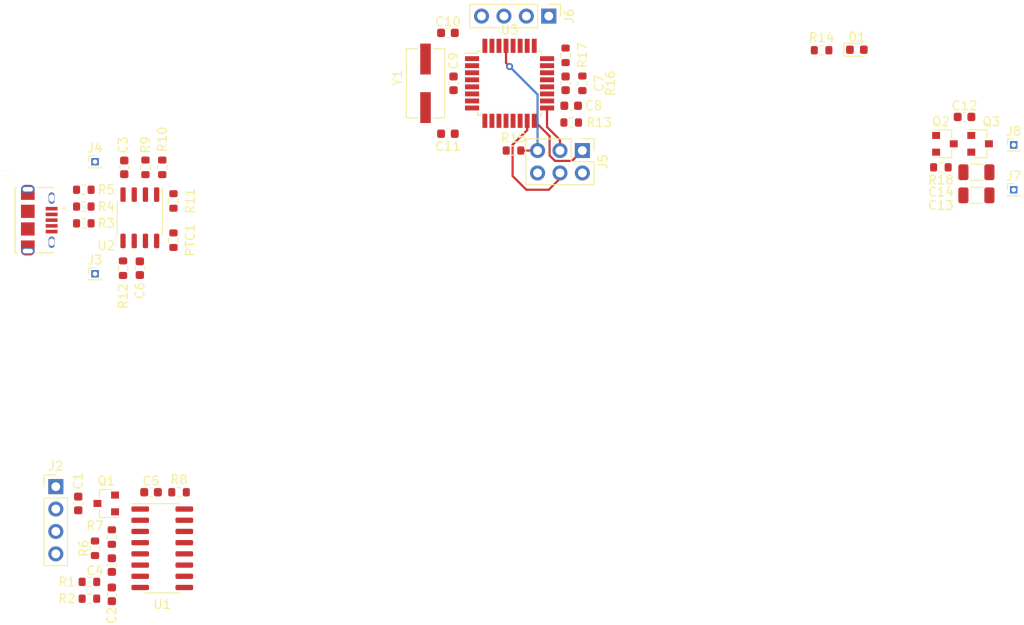
<source format=kicad_pcb>
(kicad_pcb (version 20171130) (host pcbnew 5.1.10-88a1d61d58~88~ubuntu18.04.1)

  (general
    (thickness 1.6)
    (drawings 0)
    (tracks 21)
    (zones 0)
    (modules 49)
    (nets 52)
  )

  (page A4)
  (layers
    (0 F.Cu signal)
    (31 B.Cu signal)
    (32 B.Adhes user)
    (33 F.Adhes user)
    (34 B.Paste user)
    (35 F.Paste user)
    (36 B.SilkS user)
    (37 F.SilkS user)
    (38 B.Mask user)
    (39 F.Mask user)
    (40 Dwgs.User user)
    (41 Cmts.User user)
    (42 Eco1.User user)
    (43 Eco2.User user)
    (44 Edge.Cuts user)
    (45 Margin user)
    (46 B.CrtYd user)
    (47 F.CrtYd user)
    (48 B.Fab user)
    (49 F.Fab user hide)
  )

  (setup
    (last_trace_width 0.254)
    (user_trace_width 0.254)
    (user_trace_width 0.508)
    (user_trace_width 0.635)
    (user_trace_width 1.016)
    (user_trace_width 1.27)
    (user_trace_width 2.54)
    (trace_clearance 0.2)
    (zone_clearance 0.508)
    (zone_45_only no)
    (trace_min 0.2)
    (via_size 0.8)
    (via_drill 0.4)
    (via_min_size 0.4)
    (via_min_drill 0.3)
    (uvia_size 0.3)
    (uvia_drill 0.1)
    (uvias_allowed no)
    (uvia_min_size 0.2)
    (uvia_min_drill 0.1)
    (edge_width 0.05)
    (segment_width 0.2)
    (pcb_text_width 0.3)
    (pcb_text_size 1.5 1.5)
    (mod_edge_width 0.12)
    (mod_text_size 1 1)
    (mod_text_width 0.15)
    (pad_size 1.524 1.524)
    (pad_drill 0.762)
    (pad_to_mask_clearance 0)
    (aux_axis_origin 0 0)
    (visible_elements FFFFFF7F)
    (pcbplotparams
      (layerselection 0x010fc_ffffffff)
      (usegerberextensions false)
      (usegerberattributes true)
      (usegerberadvancedattributes true)
      (creategerberjobfile true)
      (excludeedgelayer true)
      (linewidth 0.100000)
      (plotframeref false)
      (viasonmask false)
      (mode 1)
      (useauxorigin false)
      (hpglpennumber 1)
      (hpglpenspeed 20)
      (hpglpendiameter 15.000000)
      (psnegative false)
      (psa4output false)
      (plotreference true)
      (plotvalue true)
      (plotinvisibletext false)
      (padsonsilk false)
      (subtractmaskfromsilk false)
      (outputformat 1)
      (mirror false)
      (drillshape 1)
      (scaleselection 1)
      (outputdirectory ""))
  )

  (net 0 "")
  (net 1 GND)
  (net 2 "Net-(C1-Pad1)")
  (net 3 "Net-(C2-Pad1)")
  (net 4 "Net-(C2-Pad2)")
  (net 5 "Net-(C3-Pad1)")
  (net 6 "Net-(C4-Pad2)")
  (net 7 "Net-(C5-Pad2)")
  (net 8 VCC)
  (net 9 "Net-(C7-Pad1)")
  (net 10 "Net-(C8-Pad1)")
  (net 11 "Net-(C10-Pad2)")
  (net 12 "Net-(C11-Pad2)")
  (net 13 "Net-(C13-Pad1)")
  (net 14 "Net-(C13-Pad2)")
  (net 15 "Net-(D1-Pad1)")
  (net 16 /LED_A)
  (net 17 "Net-(J1-Pad1)")
  (net 18 "Net-(J1-Pad2)")
  (net 19 "Net-(J1-Pad3)")
  (net 20 "Net-(J1-Pad4)")
  (net 21 "Net-(J2-Pad2)")
  (net 22 "Net-(J2-Pad3)")
  (net 23 "Net-(J5-Pad1)")
  (net 24 "Net-(J5-Pad3)")
  (net 25 "Net-(J5-Pad4)")
  (net 26 "Net-(J5-Pad5)")
  (net 27 "Net-(J6-Pad3)")
  (net 28 "Net-(J6-Pad2)")
  (net 29 "Net-(PTC1-Pad1)")
  (net 30 "Net-(R6-Pad1)")
  (net 31 "Net-(R9-Pad1)")
  (net 32 "Net-(R12-Pad1)")
  (net 33 /LED_B)
  (net 34 "Net-(R16-Pad2)")
  (net 35 "Net-(R17-Pad2)")
  (net 36 /SCK)
  (net 37 /DOUT)
  (net 38 "Net-(U1-Pad13)")
  (net 39 /RATE)
  (net 40 /N_BATT_STDBY)
  (net 41 /N_BATT_CHRG)
  (net 42 "Net-(U3-Pad12)")
  (net 43 "Net-(U3-Pad13)")
  (net 44 "Net-(U3-Pad19)")
  (net 45 "Net-(U3-Pad22)")
  (net 46 "Net-(U3-Pad25)")
  (net 47 "Net-(U3-Pad26)")
  (net 48 "Net-(U3-Pad27)")
  (net 49 "Net-(U3-Pad28)")
  (net 50 "Net-(Q1-Pad1)")
  (net 51 "Net-(Q2-Pad1)")

  (net_class Default "This is the default net class."
    (clearance 0.2)
    (trace_width 0.25)
    (via_dia 0.8)
    (via_drill 0.4)
    (uvia_dia 0.3)
    (uvia_drill 0.1)
    (add_net /DOUT)
    (add_net /LED_A)
    (add_net /LED_B)
    (add_net /N_BATT_CHRG)
    (add_net /N_BATT_STDBY)
    (add_net /RATE)
    (add_net /SCK)
    (add_net GND)
    (add_net "Net-(C1-Pad1)")
    (add_net "Net-(C10-Pad2)")
    (add_net "Net-(C11-Pad2)")
    (add_net "Net-(C13-Pad1)")
    (add_net "Net-(C13-Pad2)")
    (add_net "Net-(C2-Pad1)")
    (add_net "Net-(C2-Pad2)")
    (add_net "Net-(C3-Pad1)")
    (add_net "Net-(C4-Pad2)")
    (add_net "Net-(C5-Pad2)")
    (add_net "Net-(C7-Pad1)")
    (add_net "Net-(C8-Pad1)")
    (add_net "Net-(D1-Pad1)")
    (add_net "Net-(J1-Pad1)")
    (add_net "Net-(J1-Pad2)")
    (add_net "Net-(J1-Pad3)")
    (add_net "Net-(J1-Pad4)")
    (add_net "Net-(J2-Pad2)")
    (add_net "Net-(J2-Pad3)")
    (add_net "Net-(J5-Pad1)")
    (add_net "Net-(J5-Pad3)")
    (add_net "Net-(J5-Pad4)")
    (add_net "Net-(J5-Pad5)")
    (add_net "Net-(J6-Pad2)")
    (add_net "Net-(J6-Pad3)")
    (add_net "Net-(PTC1-Pad1)")
    (add_net "Net-(Q1-Pad1)")
    (add_net "Net-(Q2-Pad1)")
    (add_net "Net-(R12-Pad1)")
    (add_net "Net-(R16-Pad2)")
    (add_net "Net-(R17-Pad2)")
    (add_net "Net-(R6-Pad1)")
    (add_net "Net-(R9-Pad1)")
    (add_net "Net-(U1-Pad13)")
    (add_net "Net-(U3-Pad12)")
    (add_net "Net-(U3-Pad13)")
    (add_net "Net-(U3-Pad19)")
    (add_net "Net-(U3-Pad22)")
    (add_net "Net-(U3-Pad25)")
    (add_net "Net-(U3-Pad26)")
    (add_net "Net-(U3-Pad27)")
    (add_net "Net-(U3-Pad28)")
    (add_net VCC)
  )

  (module Capacitor_SMD:C_0603_1608Metric (layer F.Cu) (tedit 5F68FEEE) (tstamp 60B81959)
    (at 16.51 100.33 270)
    (descr "Capacitor SMD 0603 (1608 Metric), square (rectangular) end terminal, IPC_7351 nominal, (Body size source: IPC-SM-782 page 76, https://www.pcb-3d.com/wordpress/wp-content/uploads/ipc-sm-782a_amendment_1_and_2.pdf), generated with kicad-footprint-generator")
    (tags capacitor)
    (path /60D35911)
    (attr smd)
    (fp_text reference C1 (at -2.54 0 90) (layer F.SilkS)
      (effects (font (size 1 1) (thickness 0.15)))
    )
    (fp_text value 10u (at 0 1.43 90) (layer F.Fab)
      (effects (font (size 1 1) (thickness 0.15)))
    )
    (fp_line (start 1.48 0.73) (end -1.48 0.73) (layer F.CrtYd) (width 0.05))
    (fp_line (start 1.48 -0.73) (end 1.48 0.73) (layer F.CrtYd) (width 0.05))
    (fp_line (start -1.48 -0.73) (end 1.48 -0.73) (layer F.CrtYd) (width 0.05))
    (fp_line (start -1.48 0.73) (end -1.48 -0.73) (layer F.CrtYd) (width 0.05))
    (fp_line (start -0.14058 0.51) (end 0.14058 0.51) (layer F.SilkS) (width 0.12))
    (fp_line (start -0.14058 -0.51) (end 0.14058 -0.51) (layer F.SilkS) (width 0.12))
    (fp_line (start 0.8 0.4) (end -0.8 0.4) (layer F.Fab) (width 0.1))
    (fp_line (start 0.8 -0.4) (end 0.8 0.4) (layer F.Fab) (width 0.1))
    (fp_line (start -0.8 -0.4) (end 0.8 -0.4) (layer F.Fab) (width 0.1))
    (fp_line (start -0.8 0.4) (end -0.8 -0.4) (layer F.Fab) (width 0.1))
    (fp_text user %R (at 0 0 90) (layer F.Fab)
      (effects (font (size 0.4 0.4) (thickness 0.06)))
    )
    (pad 2 smd roundrect (at 0.775 0 270) (size 0.9 0.95) (layers F.Cu F.Paste F.Mask) (roundrect_rratio 0.25)
      (net 1 GND))
    (pad 1 smd roundrect (at -0.775 0 270) (size 0.9 0.95) (layers F.Cu F.Paste F.Mask) (roundrect_rratio 0.25)
      (net 2 "Net-(C1-Pad1)"))
    (model ${KISYS3DMOD}/Capacitor_SMD.3dshapes/C_0603_1608Metric.wrl
      (at (xyz 0 0 0))
      (scale (xyz 1 1 1))
      (rotate (xyz 0 0 0))
    )
  )

  (module Capacitor_SMD:C_0603_1608Metric (layer F.Cu) (tedit 5F68FEEE) (tstamp 60B8196A)
    (at 20.32 110.63 90)
    (descr "Capacitor SMD 0603 (1608 Metric), square (rectangular) end terminal, IPC_7351 nominal, (Body size source: IPC-SM-782 page 76, https://www.pcb-3d.com/wordpress/wp-content/uploads/ipc-sm-782a_amendment_1_and_2.pdf), generated with kicad-footprint-generator")
    (tags capacitor)
    (path /60E7358C)
    (attr smd)
    (fp_text reference C2 (at -2.4 0 90) (layer F.SilkS)
      (effects (font (size 1 1) (thickness 0.15)))
    )
    (fp_text value 100n (at 0 1.43 90) (layer F.Fab)
      (effects (font (size 1 1) (thickness 0.15)))
    )
    (fp_line (start -0.8 0.4) (end -0.8 -0.4) (layer F.Fab) (width 0.1))
    (fp_line (start -0.8 -0.4) (end 0.8 -0.4) (layer F.Fab) (width 0.1))
    (fp_line (start 0.8 -0.4) (end 0.8 0.4) (layer F.Fab) (width 0.1))
    (fp_line (start 0.8 0.4) (end -0.8 0.4) (layer F.Fab) (width 0.1))
    (fp_line (start -0.14058 -0.51) (end 0.14058 -0.51) (layer F.SilkS) (width 0.12))
    (fp_line (start -0.14058 0.51) (end 0.14058 0.51) (layer F.SilkS) (width 0.12))
    (fp_line (start -1.48 0.73) (end -1.48 -0.73) (layer F.CrtYd) (width 0.05))
    (fp_line (start -1.48 -0.73) (end 1.48 -0.73) (layer F.CrtYd) (width 0.05))
    (fp_line (start 1.48 -0.73) (end 1.48 0.73) (layer F.CrtYd) (width 0.05))
    (fp_line (start 1.48 0.73) (end -1.48 0.73) (layer F.CrtYd) (width 0.05))
    (fp_text user %R (at 0 0 90) (layer F.Fab)
      (effects (font (size 0.4 0.4) (thickness 0.06)))
    )
    (pad 1 smd roundrect (at -0.775 0 90) (size 0.9 0.95) (layers F.Cu F.Paste F.Mask) (roundrect_rratio 0.25)
      (net 3 "Net-(C2-Pad1)"))
    (pad 2 smd roundrect (at 0.775 0 90) (size 0.9 0.95) (layers F.Cu F.Paste F.Mask) (roundrect_rratio 0.25)
      (net 4 "Net-(C2-Pad2)"))
    (model ${KISYS3DMOD}/Capacitor_SMD.3dshapes/C_0603_1608Metric.wrl
      (at (xyz 0 0 0))
      (scale (xyz 1 1 1))
      (rotate (xyz 0 0 0))
    )
  )

  (module Capacitor_SMD:C_0603_1608Metric (layer F.Cu) (tedit 5F68FEEE) (tstamp 60B8197B)
    (at 21.73 62.23 90)
    (descr "Capacitor SMD 0603 (1608 Metric), square (rectangular) end terminal, IPC_7351 nominal, (Body size source: IPC-SM-782 page 76, https://www.pcb-3d.com/wordpress/wp-content/uploads/ipc-sm-782a_amendment_1_and_2.pdf), generated with kicad-footprint-generator")
    (tags capacitor)
    (path /60B7C92E)
    (attr smd)
    (fp_text reference C3 (at 2.54 -0.14 90) (layer F.SilkS)
      (effects (font (size 1 1) (thickness 0.15)))
    )
    (fp_text value 10u (at 0 1.43 90) (layer F.Fab)
      (effects (font (size 1 1) (thickness 0.15)))
    )
    (fp_line (start -0.8 0.4) (end -0.8 -0.4) (layer F.Fab) (width 0.1))
    (fp_line (start -0.8 -0.4) (end 0.8 -0.4) (layer F.Fab) (width 0.1))
    (fp_line (start 0.8 -0.4) (end 0.8 0.4) (layer F.Fab) (width 0.1))
    (fp_line (start 0.8 0.4) (end -0.8 0.4) (layer F.Fab) (width 0.1))
    (fp_line (start -0.14058 -0.51) (end 0.14058 -0.51) (layer F.SilkS) (width 0.12))
    (fp_line (start -0.14058 0.51) (end 0.14058 0.51) (layer F.SilkS) (width 0.12))
    (fp_line (start -1.48 0.73) (end -1.48 -0.73) (layer F.CrtYd) (width 0.05))
    (fp_line (start -1.48 -0.73) (end 1.48 -0.73) (layer F.CrtYd) (width 0.05))
    (fp_line (start 1.48 -0.73) (end 1.48 0.73) (layer F.CrtYd) (width 0.05))
    (fp_line (start 1.48 0.73) (end -1.48 0.73) (layer F.CrtYd) (width 0.05))
    (fp_text user %R (at 0 0 90) (layer F.Fab)
      (effects (font (size 0.4 0.4) (thickness 0.06)))
    )
    (pad 1 smd roundrect (at -0.775 0 90) (size 0.9 0.95) (layers F.Cu F.Paste F.Mask) (roundrect_rratio 0.25)
      (net 5 "Net-(C3-Pad1)"))
    (pad 2 smd roundrect (at 0.775 0 90) (size 0.9 0.95) (layers F.Cu F.Paste F.Mask) (roundrect_rratio 0.25)
      (net 1 GND))
    (model ${KISYS3DMOD}/Capacitor_SMD.3dshapes/C_0603_1608Metric.wrl
      (at (xyz 0 0 0))
      (scale (xyz 1 1 1))
      (rotate (xyz 0 0 0))
    )
  )

  (module Capacitor_SMD:C_0603_1608Metric (layer F.Cu) (tedit 5F68FEEE) (tstamp 60B8198C)
    (at 20.32 107.315 270)
    (descr "Capacitor SMD 0603 (1608 Metric), square (rectangular) end terminal, IPC_7351 nominal, (Body size source: IPC-SM-782 page 76, https://www.pcb-3d.com/wordpress/wp-content/uploads/ipc-sm-782a_amendment_1_and_2.pdf), generated with kicad-footprint-generator")
    (tags capacitor)
    (path /60D1A214)
    (attr smd)
    (fp_text reference C4 (at 0.635 1.905 180) (layer F.SilkS)
      (effects (font (size 1 1) (thickness 0.15)))
    )
    (fp_text value 100n (at 0 1.43 90) (layer F.Fab)
      (effects (font (size 1 1) (thickness 0.15)))
    )
    (fp_line (start -0.8 0.4) (end -0.8 -0.4) (layer F.Fab) (width 0.1))
    (fp_line (start -0.8 -0.4) (end 0.8 -0.4) (layer F.Fab) (width 0.1))
    (fp_line (start 0.8 -0.4) (end 0.8 0.4) (layer F.Fab) (width 0.1))
    (fp_line (start 0.8 0.4) (end -0.8 0.4) (layer F.Fab) (width 0.1))
    (fp_line (start -0.14058 -0.51) (end 0.14058 -0.51) (layer F.SilkS) (width 0.12))
    (fp_line (start -0.14058 0.51) (end 0.14058 0.51) (layer F.SilkS) (width 0.12))
    (fp_line (start -1.48 0.73) (end -1.48 -0.73) (layer F.CrtYd) (width 0.05))
    (fp_line (start -1.48 -0.73) (end 1.48 -0.73) (layer F.CrtYd) (width 0.05))
    (fp_line (start 1.48 -0.73) (end 1.48 0.73) (layer F.CrtYd) (width 0.05))
    (fp_line (start 1.48 0.73) (end -1.48 0.73) (layer F.CrtYd) (width 0.05))
    (fp_text user %R (at 0 0 90) (layer F.Fab)
      (effects (font (size 0.4 0.4) (thickness 0.06)))
    )
    (pad 1 smd roundrect (at -0.775 0 270) (size 0.9 0.95) (layers F.Cu F.Paste F.Mask) (roundrect_rratio 0.25)
      (net 1 GND))
    (pad 2 smd roundrect (at 0.775 0 270) (size 0.9 0.95) (layers F.Cu F.Paste F.Mask) (roundrect_rratio 0.25)
      (net 6 "Net-(C4-Pad2)"))
    (model ${KISYS3DMOD}/Capacitor_SMD.3dshapes/C_0603_1608Metric.wrl
      (at (xyz 0 0 0))
      (scale (xyz 1 1 1))
      (rotate (xyz 0 0 0))
    )
  )

  (module Capacitor_SMD:C_0603_1608Metric (layer F.Cu) (tedit 5F68FEEE) (tstamp 60B8199D)
    (at 24.765 99.06 180)
    (descr "Capacitor SMD 0603 (1608 Metric), square (rectangular) end terminal, IPC_7351 nominal, (Body size source: IPC-SM-782 page 76, https://www.pcb-3d.com/wordpress/wp-content/uploads/ipc-sm-782a_amendment_1_and_2.pdf), generated with kicad-footprint-generator")
    (tags capacitor)
    (path /60CE3EBE)
    (attr smd)
    (fp_text reference C5 (at 0 1.27) (layer F.SilkS)
      (effects (font (size 1 1) (thickness 0.15)))
    )
    (fp_text value 100n (at 0 1.43) (layer F.Fab)
      (effects (font (size 1 1) (thickness 0.15)))
    )
    (fp_line (start 1.48 0.73) (end -1.48 0.73) (layer F.CrtYd) (width 0.05))
    (fp_line (start 1.48 -0.73) (end 1.48 0.73) (layer F.CrtYd) (width 0.05))
    (fp_line (start -1.48 -0.73) (end 1.48 -0.73) (layer F.CrtYd) (width 0.05))
    (fp_line (start -1.48 0.73) (end -1.48 -0.73) (layer F.CrtYd) (width 0.05))
    (fp_line (start -0.14058 0.51) (end 0.14058 0.51) (layer F.SilkS) (width 0.12))
    (fp_line (start -0.14058 -0.51) (end 0.14058 -0.51) (layer F.SilkS) (width 0.12))
    (fp_line (start 0.8 0.4) (end -0.8 0.4) (layer F.Fab) (width 0.1))
    (fp_line (start 0.8 -0.4) (end 0.8 0.4) (layer F.Fab) (width 0.1))
    (fp_line (start -0.8 -0.4) (end 0.8 -0.4) (layer F.Fab) (width 0.1))
    (fp_line (start -0.8 0.4) (end -0.8 -0.4) (layer F.Fab) (width 0.1))
    (fp_text user %R (at 0 0) (layer F.Fab)
      (effects (font (size 0.4 0.4) (thickness 0.06)))
    )
    (pad 2 smd roundrect (at 0.775 0 180) (size 0.9 0.95) (layers F.Cu F.Paste F.Mask) (roundrect_rratio 0.25)
      (net 7 "Net-(C5-Pad2)"))
    (pad 1 smd roundrect (at -0.775 0 180) (size 0.9 0.95) (layers F.Cu F.Paste F.Mask) (roundrect_rratio 0.25)
      (net 1 GND))
    (model ${KISYS3DMOD}/Capacitor_SMD.3dshapes/C_0603_1608Metric.wrl
      (at (xyz 0 0 0))
      (scale (xyz 1 1 1))
      (rotate (xyz 0 0 0))
    )
  )

  (module Capacitor_SMD:C_0603_1608Metric (layer F.Cu) (tedit 5F68FEEE) (tstamp 60B83CD4)
    (at 23.495 73.66 90)
    (descr "Capacitor SMD 0603 (1608 Metric), square (rectangular) end terminal, IPC_7351 nominal, (Body size source: IPC-SM-782 page 76, https://www.pcb-3d.com/wordpress/wp-content/uploads/ipc-sm-782a_amendment_1_and_2.pdf), generated with kicad-footprint-generator")
    (tags capacitor)
    (path /60B7D23A)
    (attr smd)
    (fp_text reference C6 (at -2.54 0 90) (layer F.SilkS)
      (effects (font (size 1 1) (thickness 0.15)))
    )
    (fp_text value 10u (at 0 1.43 90) (layer F.Fab)
      (effects (font (size 1 1) (thickness 0.15)))
    )
    (fp_line (start 1.48 0.73) (end -1.48 0.73) (layer F.CrtYd) (width 0.05))
    (fp_line (start 1.48 -0.73) (end 1.48 0.73) (layer F.CrtYd) (width 0.05))
    (fp_line (start -1.48 -0.73) (end 1.48 -0.73) (layer F.CrtYd) (width 0.05))
    (fp_line (start -1.48 0.73) (end -1.48 -0.73) (layer F.CrtYd) (width 0.05))
    (fp_line (start -0.14058 0.51) (end 0.14058 0.51) (layer F.SilkS) (width 0.12))
    (fp_line (start -0.14058 -0.51) (end 0.14058 -0.51) (layer F.SilkS) (width 0.12))
    (fp_line (start 0.8 0.4) (end -0.8 0.4) (layer F.Fab) (width 0.1))
    (fp_line (start 0.8 -0.4) (end 0.8 0.4) (layer F.Fab) (width 0.1))
    (fp_line (start -0.8 -0.4) (end 0.8 -0.4) (layer F.Fab) (width 0.1))
    (fp_line (start -0.8 0.4) (end -0.8 -0.4) (layer F.Fab) (width 0.1))
    (fp_text user %R (at 0 0 90) (layer F.Fab)
      (effects (font (size 0.4 0.4) (thickness 0.06)))
    )
    (pad 2 smd roundrect (at 0.775 0 90) (size 0.9 0.95) (layers F.Cu F.Paste F.Mask) (roundrect_rratio 0.25)
      (net 1 GND))
    (pad 1 smd roundrect (at -0.775 0 90) (size 0.9 0.95) (layers F.Cu F.Paste F.Mask) (roundrect_rratio 0.25)
      (net 8 VCC))
    (model ${KISYS3DMOD}/Capacitor_SMD.3dshapes/C_0603_1608Metric.wrl
      (at (xyz 0 0 0))
      (scale (xyz 1 1 1))
      (rotate (xyz 0 0 0))
    )
  )

  (module Capacitor_SMD:C_0603_1608Metric (layer F.Cu) (tedit 5F68FEEE) (tstamp 60B819BF)
    (at 71.755 52.705 90)
    (descr "Capacitor SMD 0603 (1608 Metric), square (rectangular) end terminal, IPC_7351 nominal, (Body size source: IPC-SM-782 page 76, https://www.pcb-3d.com/wordpress/wp-content/uploads/ipc-sm-782a_amendment_1_and_2.pdf), generated with kicad-footprint-generator")
    (tags capacitor)
    (path /60BF1C5C)
    (attr smd)
    (fp_text reference C7 (at 0 3.81 90) (layer F.SilkS)
      (effects (font (size 1 1) (thickness 0.15)))
    )
    (fp_text value 100n (at 0 1.43 90) (layer F.Fab)
      (effects (font (size 1 1) (thickness 0.15)))
    )
    (fp_line (start -0.8 0.4) (end -0.8 -0.4) (layer F.Fab) (width 0.1))
    (fp_line (start -0.8 -0.4) (end 0.8 -0.4) (layer F.Fab) (width 0.1))
    (fp_line (start 0.8 -0.4) (end 0.8 0.4) (layer F.Fab) (width 0.1))
    (fp_line (start 0.8 0.4) (end -0.8 0.4) (layer F.Fab) (width 0.1))
    (fp_line (start -0.14058 -0.51) (end 0.14058 -0.51) (layer F.SilkS) (width 0.12))
    (fp_line (start -0.14058 0.51) (end 0.14058 0.51) (layer F.SilkS) (width 0.12))
    (fp_line (start -1.48 0.73) (end -1.48 -0.73) (layer F.CrtYd) (width 0.05))
    (fp_line (start -1.48 -0.73) (end 1.48 -0.73) (layer F.CrtYd) (width 0.05))
    (fp_line (start 1.48 -0.73) (end 1.48 0.73) (layer F.CrtYd) (width 0.05))
    (fp_line (start 1.48 0.73) (end -1.48 0.73) (layer F.CrtYd) (width 0.05))
    (fp_text user %R (at 0 0 90) (layer F.Fab)
      (effects (font (size 0.4 0.4) (thickness 0.06)))
    )
    (pad 1 smd roundrect (at -0.775 0 90) (size 0.9 0.95) (layers F.Cu F.Paste F.Mask) (roundrect_rratio 0.25)
      (net 9 "Net-(C7-Pad1)"))
    (pad 2 smd roundrect (at 0.775 0 90) (size 0.9 0.95) (layers F.Cu F.Paste F.Mask) (roundrect_rratio 0.25)
      (net 1 GND))
    (model ${KISYS3DMOD}/Capacitor_SMD.3dshapes/C_0603_1608Metric.wrl
      (at (xyz 0 0 0))
      (scale (xyz 1 1 1))
      (rotate (xyz 0 0 0))
    )
  )

  (module Capacitor_SMD:C_0603_1608Metric (layer F.Cu) (tedit 5F68FEEE) (tstamp 60B819D0)
    (at 72.39 55.245)
    (descr "Capacitor SMD 0603 (1608 Metric), square (rectangular) end terminal, IPC_7351 nominal, (Body size source: IPC-SM-782 page 76, https://www.pcb-3d.com/wordpress/wp-content/uploads/ipc-sm-782a_amendment_1_and_2.pdf), generated with kicad-footprint-generator")
    (tags capacitor)
    (path /60C08346)
    (attr smd)
    (fp_text reference C8 (at 2.54 0) (layer F.SilkS)
      (effects (font (size 1 1) (thickness 0.15)))
    )
    (fp_text value 100n (at 0 1.43) (layer F.Fab)
      (effects (font (size 1 1) (thickness 0.15)))
    )
    (fp_line (start 1.48 0.73) (end -1.48 0.73) (layer F.CrtYd) (width 0.05))
    (fp_line (start 1.48 -0.73) (end 1.48 0.73) (layer F.CrtYd) (width 0.05))
    (fp_line (start -1.48 -0.73) (end 1.48 -0.73) (layer F.CrtYd) (width 0.05))
    (fp_line (start -1.48 0.73) (end -1.48 -0.73) (layer F.CrtYd) (width 0.05))
    (fp_line (start -0.14058 0.51) (end 0.14058 0.51) (layer F.SilkS) (width 0.12))
    (fp_line (start -0.14058 -0.51) (end 0.14058 -0.51) (layer F.SilkS) (width 0.12))
    (fp_line (start 0.8 0.4) (end -0.8 0.4) (layer F.Fab) (width 0.1))
    (fp_line (start 0.8 -0.4) (end 0.8 0.4) (layer F.Fab) (width 0.1))
    (fp_line (start -0.8 -0.4) (end 0.8 -0.4) (layer F.Fab) (width 0.1))
    (fp_line (start -0.8 0.4) (end -0.8 -0.4) (layer F.Fab) (width 0.1))
    (fp_text user %R (at 0 0) (layer F.Fab)
      (effects (font (size 0.4 0.4) (thickness 0.06)))
    )
    (pad 2 smd roundrect (at 0.775 0) (size 0.9 0.95) (layers F.Cu F.Paste F.Mask) (roundrect_rratio 0.25)
      (net 1 GND))
    (pad 1 smd roundrect (at -0.775 0) (size 0.9 0.95) (layers F.Cu F.Paste F.Mask) (roundrect_rratio 0.25)
      (net 10 "Net-(C8-Pad1)"))
    (model ${KISYS3DMOD}/Capacitor_SMD.3dshapes/C_0603_1608Metric.wrl
      (at (xyz 0 0 0))
      (scale (xyz 1 1 1))
      (rotate (xyz 0 0 0))
    )
  )

  (module Capacitor_SMD:C_0603_1608Metric (layer F.Cu) (tedit 5F68FEEE) (tstamp 60B819E1)
    (at 59.055 52.705 90)
    (descr "Capacitor SMD 0603 (1608 Metric), square (rectangular) end terminal, IPC_7351 nominal, (Body size source: IPC-SM-782 page 76, https://www.pcb-3d.com/wordpress/wp-content/uploads/ipc-sm-782a_amendment_1_and_2.pdf), generated with kicad-footprint-generator")
    (tags capacitor)
    (path /60C07DDE)
    (attr smd)
    (fp_text reference C9 (at 2.54 0 90) (layer F.SilkS)
      (effects (font (size 1 1) (thickness 0.15)))
    )
    (fp_text value 100n (at 0 1.43 90) (layer F.Fab)
      (effects (font (size 1 1) (thickness 0.15)))
    )
    (fp_line (start -0.8 0.4) (end -0.8 -0.4) (layer F.Fab) (width 0.1))
    (fp_line (start -0.8 -0.4) (end 0.8 -0.4) (layer F.Fab) (width 0.1))
    (fp_line (start 0.8 -0.4) (end 0.8 0.4) (layer F.Fab) (width 0.1))
    (fp_line (start 0.8 0.4) (end -0.8 0.4) (layer F.Fab) (width 0.1))
    (fp_line (start -0.14058 -0.51) (end 0.14058 -0.51) (layer F.SilkS) (width 0.12))
    (fp_line (start -0.14058 0.51) (end 0.14058 0.51) (layer F.SilkS) (width 0.12))
    (fp_line (start -1.48 0.73) (end -1.48 -0.73) (layer F.CrtYd) (width 0.05))
    (fp_line (start -1.48 -0.73) (end 1.48 -0.73) (layer F.CrtYd) (width 0.05))
    (fp_line (start 1.48 -0.73) (end 1.48 0.73) (layer F.CrtYd) (width 0.05))
    (fp_line (start 1.48 0.73) (end -1.48 0.73) (layer F.CrtYd) (width 0.05))
    (fp_text user %R (at 0 0 90) (layer F.Fab)
      (effects (font (size 0.4 0.4) (thickness 0.06)))
    )
    (pad 1 smd roundrect (at -0.775 0 90) (size 0.9 0.95) (layers F.Cu F.Paste F.Mask) (roundrect_rratio 0.25)
      (net 1 GND))
    (pad 2 smd roundrect (at 0.775 0 90) (size 0.9 0.95) (layers F.Cu F.Paste F.Mask) (roundrect_rratio 0.25)
      (net 10 "Net-(C8-Pad1)"))
    (model ${KISYS3DMOD}/Capacitor_SMD.3dshapes/C_0603_1608Metric.wrl
      (at (xyz 0 0 0))
      (scale (xyz 1 1 1))
      (rotate (xyz 0 0 0))
    )
  )

  (module Capacitor_SMD:C_0603_1608Metric (layer F.Cu) (tedit 5F68FEEE) (tstamp 60B819F2)
    (at 58.42 46.99 180)
    (descr "Capacitor SMD 0603 (1608 Metric), square (rectangular) end terminal, IPC_7351 nominal, (Body size source: IPC-SM-782 page 76, https://www.pcb-3d.com/wordpress/wp-content/uploads/ipc-sm-782a_amendment_1_and_2.pdf), generated with kicad-footprint-generator")
    (tags capacitor)
    (path /60C37D22)
    (attr smd)
    (fp_text reference C10 (at 0 1.27) (layer F.SilkS)
      (effects (font (size 1 1) (thickness 0.15)))
    )
    (fp_text value 18p (at 0 1.43) (layer F.Fab)
      (effects (font (size 1 1) (thickness 0.15)))
    )
    (fp_line (start -0.8 0.4) (end -0.8 -0.4) (layer F.Fab) (width 0.1))
    (fp_line (start -0.8 -0.4) (end 0.8 -0.4) (layer F.Fab) (width 0.1))
    (fp_line (start 0.8 -0.4) (end 0.8 0.4) (layer F.Fab) (width 0.1))
    (fp_line (start 0.8 0.4) (end -0.8 0.4) (layer F.Fab) (width 0.1))
    (fp_line (start -0.14058 -0.51) (end 0.14058 -0.51) (layer F.SilkS) (width 0.12))
    (fp_line (start -0.14058 0.51) (end 0.14058 0.51) (layer F.SilkS) (width 0.12))
    (fp_line (start -1.48 0.73) (end -1.48 -0.73) (layer F.CrtYd) (width 0.05))
    (fp_line (start -1.48 -0.73) (end 1.48 -0.73) (layer F.CrtYd) (width 0.05))
    (fp_line (start 1.48 -0.73) (end 1.48 0.73) (layer F.CrtYd) (width 0.05))
    (fp_line (start 1.48 0.73) (end -1.48 0.73) (layer F.CrtYd) (width 0.05))
    (fp_text user %R (at 0 0) (layer F.Fab)
      (effects (font (size 0.4 0.4) (thickness 0.06)))
    )
    (pad 1 smd roundrect (at -0.775 0 180) (size 0.9 0.95) (layers F.Cu F.Paste F.Mask) (roundrect_rratio 0.25)
      (net 1 GND))
    (pad 2 smd roundrect (at 0.775 0 180) (size 0.9 0.95) (layers F.Cu F.Paste F.Mask) (roundrect_rratio 0.25)
      (net 11 "Net-(C10-Pad2)"))
    (model ${KISYS3DMOD}/Capacitor_SMD.3dshapes/C_0603_1608Metric.wrl
      (at (xyz 0 0 0))
      (scale (xyz 1 1 1))
      (rotate (xyz 0 0 0))
    )
  )

  (module Capacitor_SMD:C_0603_1608Metric (layer F.Cu) (tedit 5F68FEEE) (tstamp 60B857B3)
    (at 58.42 58.42 180)
    (descr "Capacitor SMD 0603 (1608 Metric), square (rectangular) end terminal, IPC_7351 nominal, (Body size source: IPC-SM-782 page 76, https://www.pcb-3d.com/wordpress/wp-content/uploads/ipc-sm-782a_amendment_1_and_2.pdf), generated with kicad-footprint-generator")
    (tags capacitor)
    (path /60C393A6)
    (attr smd)
    (fp_text reference C11 (at 0 -1.43) (layer F.SilkS)
      (effects (font (size 1 1) (thickness 0.15)))
    )
    (fp_text value 18p (at 0 1.43) (layer F.Fab)
      (effects (font (size 1 1) (thickness 0.15)))
    )
    (fp_line (start 1.48 0.73) (end -1.48 0.73) (layer F.CrtYd) (width 0.05))
    (fp_line (start 1.48 -0.73) (end 1.48 0.73) (layer F.CrtYd) (width 0.05))
    (fp_line (start -1.48 -0.73) (end 1.48 -0.73) (layer F.CrtYd) (width 0.05))
    (fp_line (start -1.48 0.73) (end -1.48 -0.73) (layer F.CrtYd) (width 0.05))
    (fp_line (start -0.14058 0.51) (end 0.14058 0.51) (layer F.SilkS) (width 0.12))
    (fp_line (start -0.14058 -0.51) (end 0.14058 -0.51) (layer F.SilkS) (width 0.12))
    (fp_line (start 0.8 0.4) (end -0.8 0.4) (layer F.Fab) (width 0.1))
    (fp_line (start 0.8 -0.4) (end 0.8 0.4) (layer F.Fab) (width 0.1))
    (fp_line (start -0.8 -0.4) (end 0.8 -0.4) (layer F.Fab) (width 0.1))
    (fp_line (start -0.8 0.4) (end -0.8 -0.4) (layer F.Fab) (width 0.1))
    (fp_text user %R (at 0 0) (layer F.Fab)
      (effects (font (size 0.4 0.4) (thickness 0.06)))
    )
    (pad 2 smd roundrect (at 0.775 0 180) (size 0.9 0.95) (layers F.Cu F.Paste F.Mask) (roundrect_rratio 0.25)
      (net 12 "Net-(C11-Pad2)"))
    (pad 1 smd roundrect (at -0.775 0 180) (size 0.9 0.95) (layers F.Cu F.Paste F.Mask) (roundrect_rratio 0.25)
      (net 1 GND))
    (model ${KISYS3DMOD}/Capacitor_SMD.3dshapes/C_0603_1608Metric.wrl
      (at (xyz 0 0 0))
      (scale (xyz 1 1 1))
      (rotate (xyz 0 0 0))
    )
  )

  (module Capacitor_SMD:C_0603_1608Metric (layer F.Cu) (tedit 5F68FEEE) (tstamp 60B81A14)
    (at 116.98 56.515 180)
    (descr "Capacitor SMD 0603 (1608 Metric), square (rectangular) end terminal, IPC_7351 nominal, (Body size source: IPC-SM-782 page 76, https://www.pcb-3d.com/wordpress/wp-content/uploads/ipc-sm-782a_amendment_1_and_2.pdf), generated with kicad-footprint-generator")
    (tags capacitor)
    (path /60C7B4B4)
    (attr smd)
    (fp_text reference C12 (at 0 1.27) (layer F.SilkS)
      (effects (font (size 1 1) (thickness 0.15)))
    )
    (fp_text value 100n (at 0 1.43) (layer F.Fab)
      (effects (font (size 1 1) (thickness 0.15)))
    )
    (fp_line (start 1.48 0.73) (end -1.48 0.73) (layer F.CrtYd) (width 0.05))
    (fp_line (start 1.48 -0.73) (end 1.48 0.73) (layer F.CrtYd) (width 0.05))
    (fp_line (start -1.48 -0.73) (end 1.48 -0.73) (layer F.CrtYd) (width 0.05))
    (fp_line (start -1.48 0.73) (end -1.48 -0.73) (layer F.CrtYd) (width 0.05))
    (fp_line (start -0.14058 0.51) (end 0.14058 0.51) (layer F.SilkS) (width 0.12))
    (fp_line (start -0.14058 -0.51) (end 0.14058 -0.51) (layer F.SilkS) (width 0.12))
    (fp_line (start 0.8 0.4) (end -0.8 0.4) (layer F.Fab) (width 0.1))
    (fp_line (start 0.8 -0.4) (end 0.8 0.4) (layer F.Fab) (width 0.1))
    (fp_line (start -0.8 -0.4) (end 0.8 -0.4) (layer F.Fab) (width 0.1))
    (fp_line (start -0.8 0.4) (end -0.8 -0.4) (layer F.Fab) (width 0.1))
    (fp_text user %R (at 0 0) (layer F.Fab)
      (effects (font (size 0.4 0.4) (thickness 0.06)))
    )
    (pad 2 smd roundrect (at 0.775 0 180) (size 0.9 0.95) (layers F.Cu F.Paste F.Mask) (roundrect_rratio 0.25)
      (net 8 VCC))
    (pad 1 smd roundrect (at -0.775 0 180) (size 0.9 0.95) (layers F.Cu F.Paste F.Mask) (roundrect_rratio 0.25)
      (net 1 GND))
    (model ${KISYS3DMOD}/Capacitor_SMD.3dshapes/C_0603_1608Metric.wrl
      (at (xyz 0 0 0))
      (scale (xyz 1 1 1))
      (rotate (xyz 0 0 0))
    )
  )

  (module LED_SMD:LED_0603_1608Metric (layer F.Cu) (tedit 5F68FEF1) (tstamp 60B81A49)
    (at 104.775 48.895)
    (descr "LED SMD 0603 (1608 Metric), square (rectangular) end terminal, IPC_7351 nominal, (Body size source: http://www.tortai-tech.com/upload/download/2011102023233369053.pdf), generated with kicad-footprint-generator")
    (tags LED)
    (path /60B6858B)
    (attr smd)
    (fp_text reference D1 (at 0 -1.43) (layer F.SilkS)
      (effects (font (size 1 1) (thickness 0.15)))
    )
    (fp_text value Indicator (at 0 1.43) (layer F.Fab)
      (effects (font (size 1 1) (thickness 0.15)))
    )
    (fp_line (start 0.8 -0.4) (end -0.5 -0.4) (layer F.Fab) (width 0.1))
    (fp_line (start -0.5 -0.4) (end -0.8 -0.1) (layer F.Fab) (width 0.1))
    (fp_line (start -0.8 -0.1) (end -0.8 0.4) (layer F.Fab) (width 0.1))
    (fp_line (start -0.8 0.4) (end 0.8 0.4) (layer F.Fab) (width 0.1))
    (fp_line (start 0.8 0.4) (end 0.8 -0.4) (layer F.Fab) (width 0.1))
    (fp_line (start 0.8 -0.735) (end -1.485 -0.735) (layer F.SilkS) (width 0.12))
    (fp_line (start -1.485 -0.735) (end -1.485 0.735) (layer F.SilkS) (width 0.12))
    (fp_line (start -1.485 0.735) (end 0.8 0.735) (layer F.SilkS) (width 0.12))
    (fp_line (start -1.48 0.73) (end -1.48 -0.73) (layer F.CrtYd) (width 0.05))
    (fp_line (start -1.48 -0.73) (end 1.48 -0.73) (layer F.CrtYd) (width 0.05))
    (fp_line (start 1.48 -0.73) (end 1.48 0.73) (layer F.CrtYd) (width 0.05))
    (fp_line (start 1.48 0.73) (end -1.48 0.73) (layer F.CrtYd) (width 0.05))
    (fp_text user %R (at 0 0) (layer F.Fab)
      (effects (font (size 0.4 0.4) (thickness 0.06)))
    )
    (pad 1 smd roundrect (at -0.7875 0) (size 0.875 0.95) (layers F.Cu F.Paste F.Mask) (roundrect_rratio 0.25)
      (net 15 "Net-(D1-Pad1)"))
    (pad 2 smd roundrect (at 0.7875 0) (size 0.875 0.95) (layers F.Cu F.Paste F.Mask) (roundrect_rratio 0.25)
      (net 16 /LED_A))
    (model ${KISYS3DMOD}/LED_SMD.3dshapes/LED_0603_1608Metric.wrl
      (at (xyz 0 0 0))
      (scale (xyz 1 1 1))
      (rotate (xyz 0 0 0))
    )
  )

  (module Connector_PinHeader_2.54mm:PinHeader_1x04_P2.54mm_Vertical (layer F.Cu) (tedit 59FED5CC) (tstamp 60B81A93)
    (at 13.97 98.425)
    (descr "Through hole straight pin header, 1x04, 2.54mm pitch, single row")
    (tags "Through hole pin header THT 1x04 2.54mm single row")
    (path /60D3CAA5)
    (fp_text reference J2 (at 0 -2.33) (layer F.SilkS)
      (effects (font (size 1 1) (thickness 0.15)))
    )
    (fp_text value "Load cell" (at 0 9.95) (layer F.Fab)
      (effects (font (size 1 1) (thickness 0.15)))
    )
    (fp_line (start -0.635 -1.27) (end 1.27 -1.27) (layer F.Fab) (width 0.1))
    (fp_line (start 1.27 -1.27) (end 1.27 8.89) (layer F.Fab) (width 0.1))
    (fp_line (start 1.27 8.89) (end -1.27 8.89) (layer F.Fab) (width 0.1))
    (fp_line (start -1.27 8.89) (end -1.27 -0.635) (layer F.Fab) (width 0.1))
    (fp_line (start -1.27 -0.635) (end -0.635 -1.27) (layer F.Fab) (width 0.1))
    (fp_line (start -1.33 8.95) (end 1.33 8.95) (layer F.SilkS) (width 0.12))
    (fp_line (start -1.33 1.27) (end -1.33 8.95) (layer F.SilkS) (width 0.12))
    (fp_line (start 1.33 1.27) (end 1.33 8.95) (layer F.SilkS) (width 0.12))
    (fp_line (start -1.33 1.27) (end 1.33 1.27) (layer F.SilkS) (width 0.12))
    (fp_line (start -1.33 0) (end -1.33 -1.33) (layer F.SilkS) (width 0.12))
    (fp_line (start -1.33 -1.33) (end 0 -1.33) (layer F.SilkS) (width 0.12))
    (fp_line (start -1.8 -1.8) (end -1.8 9.4) (layer F.CrtYd) (width 0.05))
    (fp_line (start -1.8 9.4) (end 1.8 9.4) (layer F.CrtYd) (width 0.05))
    (fp_line (start 1.8 9.4) (end 1.8 -1.8) (layer F.CrtYd) (width 0.05))
    (fp_line (start 1.8 -1.8) (end -1.8 -1.8) (layer F.CrtYd) (width 0.05))
    (fp_text user %R (at 0 3.81 90) (layer F.Fab)
      (effects (font (size 1 1) (thickness 0.15)))
    )
    (pad 1 thru_hole rect (at 0 0) (size 1.7 1.7) (drill 1) (layers *.Cu *.Mask)
      (net 2 "Net-(C1-Pad1)"))
    (pad 2 thru_hole oval (at 0 2.54) (size 1.7 1.7) (drill 1) (layers *.Cu *.Mask)
      (net 21 "Net-(J2-Pad2)"))
    (pad 3 thru_hole oval (at 0 5.08) (size 1.7 1.7) (drill 1) (layers *.Cu *.Mask)
      (net 22 "Net-(J2-Pad3)"))
    (pad 4 thru_hole oval (at 0 7.62) (size 1.7 1.7) (drill 1) (layers *.Cu *.Mask)
      (net 1 GND))
    (model ${KISYS3DMOD}/Connector_PinHeader_2.54mm.3dshapes/PinHeader_1x04_P2.54mm_Vertical.wrl
      (at (xyz 0 0 0))
      (scale (xyz 1 1 1))
      (rotate (xyz 0 0 0))
    )
  )

  (module Connector_PinHeader_1.00mm:PinHeader_1x01_P1.00mm_Vertical (layer F.Cu) (tedit 59FED738) (tstamp 60B81AA9)
    (at 18.415 74.295)
    (descr "Through hole straight pin header, 1x01, 1.00mm pitch, single row")
    (tags "Through hole pin header THT 1x01 1.00mm single row")
    (path /60F3305D)
    (fp_text reference J3 (at 0 -1.56) (layer F.SilkS)
      (effects (font (size 1 1) (thickness 0.15)))
    )
    (fp_text value Batt+ (at 0 1.56) (layer F.Fab)
      (effects (font (size 1 1) (thickness 0.15)))
    )
    (fp_line (start 1.15 -1) (end -1.15 -1) (layer F.CrtYd) (width 0.05))
    (fp_line (start 1.15 1) (end 1.15 -1) (layer F.CrtYd) (width 0.05))
    (fp_line (start -1.15 1) (end 1.15 1) (layer F.CrtYd) (width 0.05))
    (fp_line (start -1.15 -1) (end -1.15 1) (layer F.CrtYd) (width 0.05))
    (fp_line (start -0.695 -0.685) (end 0 -0.685) (layer F.SilkS) (width 0.12))
    (fp_line (start -0.695 0) (end -0.695 -0.685) (layer F.SilkS) (width 0.12))
    (fp_line (start 0.608276 0.685) (end 0.695 0.685) (layer F.SilkS) (width 0.12))
    (fp_line (start -0.695 0.685) (end -0.608276 0.685) (layer F.SilkS) (width 0.12))
    (fp_line (start 0.695 0.685) (end 0.695 0.56) (layer F.SilkS) (width 0.12))
    (fp_line (start -0.695 0.685) (end -0.695 0.56) (layer F.SilkS) (width 0.12))
    (fp_line (start -0.695 0.685) (end 0.695 0.685) (layer F.SilkS) (width 0.12))
    (fp_line (start -0.635 -0.1825) (end -0.3175 -0.5) (layer F.Fab) (width 0.1))
    (fp_line (start -0.635 0.5) (end -0.635 -0.1825) (layer F.Fab) (width 0.1))
    (fp_line (start 0.635 0.5) (end -0.635 0.5) (layer F.Fab) (width 0.1))
    (fp_line (start 0.635 -0.5) (end 0.635 0.5) (layer F.Fab) (width 0.1))
    (fp_line (start -0.3175 -0.5) (end 0.635 -0.5) (layer F.Fab) (width 0.1))
    (fp_text user %R (at 0 0 90) (layer F.Fab)
      (effects (font (size 0.76 0.76) (thickness 0.114)))
    )
    (pad 1 thru_hole rect (at 0 0) (size 0.85 0.85) (drill 0.5) (layers *.Cu *.Mask)
      (net 8 VCC))
    (model ${KISYS3DMOD}/Connector_PinHeader_1.00mm.3dshapes/PinHeader_1x01_P1.00mm_Vertical.wrl
      (at (xyz 0 0 0))
      (scale (xyz 1 1 1))
      (rotate (xyz 0 0 0))
    )
  )

  (module Connector_PinHeader_1.00mm:PinHeader_1x01_P1.00mm_Vertical (layer F.Cu) (tedit 59FED738) (tstamp 60B83341)
    (at 18.415 61.595)
    (descr "Through hole straight pin header, 1x01, 1.00mm pitch, single row")
    (tags "Through hole pin header THT 1x01 1.00mm single row")
    (path /60F3415B)
    (fp_text reference J4 (at 0 -1.56) (layer F.SilkS)
      (effects (font (size 1 1) (thickness 0.15)))
    )
    (fp_text value Batt- (at 0 1.56) (layer F.Fab)
      (effects (font (size 1 1) (thickness 0.15)))
    )
    (fp_line (start -0.3175 -0.5) (end 0.635 -0.5) (layer F.Fab) (width 0.1))
    (fp_line (start 0.635 -0.5) (end 0.635 0.5) (layer F.Fab) (width 0.1))
    (fp_line (start 0.635 0.5) (end -0.635 0.5) (layer F.Fab) (width 0.1))
    (fp_line (start -0.635 0.5) (end -0.635 -0.1825) (layer F.Fab) (width 0.1))
    (fp_line (start -0.635 -0.1825) (end -0.3175 -0.5) (layer F.Fab) (width 0.1))
    (fp_line (start -0.695 0.685) (end 0.695 0.685) (layer F.SilkS) (width 0.12))
    (fp_line (start -0.695 0.685) (end -0.695 0.56) (layer F.SilkS) (width 0.12))
    (fp_line (start 0.695 0.685) (end 0.695 0.56) (layer F.SilkS) (width 0.12))
    (fp_line (start -0.695 0.685) (end -0.608276 0.685) (layer F.SilkS) (width 0.12))
    (fp_line (start 0.608276 0.685) (end 0.695 0.685) (layer F.SilkS) (width 0.12))
    (fp_line (start -0.695 0) (end -0.695 -0.685) (layer F.SilkS) (width 0.12))
    (fp_line (start -0.695 -0.685) (end 0 -0.685) (layer F.SilkS) (width 0.12))
    (fp_line (start -1.15 -1) (end -1.15 1) (layer F.CrtYd) (width 0.05))
    (fp_line (start -1.15 1) (end 1.15 1) (layer F.CrtYd) (width 0.05))
    (fp_line (start 1.15 1) (end 1.15 -1) (layer F.CrtYd) (width 0.05))
    (fp_line (start 1.15 -1) (end -1.15 -1) (layer F.CrtYd) (width 0.05))
    (fp_text user %R (at 0 0 90) (layer F.Fab)
      (effects (font (size 0.76 0.76) (thickness 0.114)))
    )
    (pad 1 thru_hole rect (at 0 0) (size 0.85 0.85) (drill 0.5) (layers *.Cu *.Mask)
      (net 1 GND))
    (model ${KISYS3DMOD}/Connector_PinHeader_1.00mm.3dshapes/PinHeader_1x01_P1.00mm_Vertical.wrl
      (at (xyz 0 0 0))
      (scale (xyz 1 1 1))
      (rotate (xyz 0 0 0))
    )
  )

  (module Connector_PinHeader_2.54mm:PinHeader_2x03_P2.54mm_Vertical (layer F.Cu) (tedit 59FED5CC) (tstamp 60B81ADB)
    (at 73.66 60.325 270)
    (descr "Through hole straight pin header, 2x03, 2.54mm pitch, double rows")
    (tags "Through hole pin header THT 2x03 2.54mm double row")
    (path /60C43461)
    (fp_text reference J5 (at 1.27 -2.33 90) (layer F.SilkS)
      (effects (font (size 1 1) (thickness 0.15)))
    )
    (fp_text value ICSP (at 1.27 7.41 90) (layer F.Fab)
      (effects (font (size 1 1) (thickness 0.15)))
    )
    (fp_line (start 0 -1.27) (end 3.81 -1.27) (layer F.Fab) (width 0.1))
    (fp_line (start 3.81 -1.27) (end 3.81 6.35) (layer F.Fab) (width 0.1))
    (fp_line (start 3.81 6.35) (end -1.27 6.35) (layer F.Fab) (width 0.1))
    (fp_line (start -1.27 6.35) (end -1.27 0) (layer F.Fab) (width 0.1))
    (fp_line (start -1.27 0) (end 0 -1.27) (layer F.Fab) (width 0.1))
    (fp_line (start -1.33 6.41) (end 3.87 6.41) (layer F.SilkS) (width 0.12))
    (fp_line (start -1.33 1.27) (end -1.33 6.41) (layer F.SilkS) (width 0.12))
    (fp_line (start 3.87 -1.33) (end 3.87 6.41) (layer F.SilkS) (width 0.12))
    (fp_line (start -1.33 1.27) (end 1.27 1.27) (layer F.SilkS) (width 0.12))
    (fp_line (start 1.27 1.27) (end 1.27 -1.33) (layer F.SilkS) (width 0.12))
    (fp_line (start 1.27 -1.33) (end 3.87 -1.33) (layer F.SilkS) (width 0.12))
    (fp_line (start -1.33 0) (end -1.33 -1.33) (layer F.SilkS) (width 0.12))
    (fp_line (start -1.33 -1.33) (end 0 -1.33) (layer F.SilkS) (width 0.12))
    (fp_line (start -1.8 -1.8) (end -1.8 6.85) (layer F.CrtYd) (width 0.05))
    (fp_line (start -1.8 6.85) (end 4.35 6.85) (layer F.CrtYd) (width 0.05))
    (fp_line (start 4.35 6.85) (end 4.35 -1.8) (layer F.CrtYd) (width 0.05))
    (fp_line (start 4.35 -1.8) (end -1.8 -1.8) (layer F.CrtYd) (width 0.05))
    (fp_text user %R (at 1.27 2.54) (layer F.Fab)
      (effects (font (size 1 1) (thickness 0.15)))
    )
    (pad 1 thru_hole rect (at 0 0 270) (size 1.7 1.7) (drill 1) (layers *.Cu *.Mask)
      (net 23 "Net-(J5-Pad1)"))
    (pad 2 thru_hole oval (at 2.54 0 270) (size 1.7 1.7) (drill 1) (layers *.Cu *.Mask)
      (net 8 VCC))
    (pad 3 thru_hole oval (at 0 2.54 270) (size 1.7 1.7) (drill 1) (layers *.Cu *.Mask)
      (net 24 "Net-(J5-Pad3)"))
    (pad 4 thru_hole oval (at 2.54 2.54 270) (size 1.7 1.7) (drill 1) (layers *.Cu *.Mask)
      (net 25 "Net-(J5-Pad4)"))
    (pad 5 thru_hole oval (at 0 5.08 270) (size 1.7 1.7) (drill 1) (layers *.Cu *.Mask)
      (net 26 "Net-(J5-Pad5)"))
    (pad 6 thru_hole oval (at 2.54 5.08 270) (size 1.7 1.7) (drill 1) (layers *.Cu *.Mask)
      (net 1 GND))
    (model ${KISYS3DMOD}/Connector_PinHeader_2.54mm.3dshapes/PinHeader_2x03_P2.54mm_Vertical.wrl
      (at (xyz 0 0 0))
      (scale (xyz 1 1 1))
      (rotate (xyz 0 0 0))
    )
  )

  (module Connector_PinHeader_2.54mm:PinHeader_1x04_P2.54mm_Vertical (layer F.Cu) (tedit 59FED5CC) (tstamp 60B8289C)
    (at 69.85 45.085 270)
    (descr "Through hole straight pin header, 1x04, 2.54mm pitch, single row")
    (tags "Through hole pin header THT 1x04 2.54mm single row")
    (path /60D6D08D)
    (fp_text reference J6 (at 0 -2.33 90) (layer F.SilkS)
      (effects (font (size 1 1) (thickness 0.15)))
    )
    (fp_text value UART (at 0 9.95 90) (layer F.Fab)
      (effects (font (size 1 1) (thickness 0.15)))
    )
    (fp_line (start 1.8 -1.8) (end -1.8 -1.8) (layer F.CrtYd) (width 0.05))
    (fp_line (start 1.8 9.4) (end 1.8 -1.8) (layer F.CrtYd) (width 0.05))
    (fp_line (start -1.8 9.4) (end 1.8 9.4) (layer F.CrtYd) (width 0.05))
    (fp_line (start -1.8 -1.8) (end -1.8 9.4) (layer F.CrtYd) (width 0.05))
    (fp_line (start -1.33 -1.33) (end 0 -1.33) (layer F.SilkS) (width 0.12))
    (fp_line (start -1.33 0) (end -1.33 -1.33) (layer F.SilkS) (width 0.12))
    (fp_line (start -1.33 1.27) (end 1.33 1.27) (layer F.SilkS) (width 0.12))
    (fp_line (start 1.33 1.27) (end 1.33 8.95) (layer F.SilkS) (width 0.12))
    (fp_line (start -1.33 1.27) (end -1.33 8.95) (layer F.SilkS) (width 0.12))
    (fp_line (start -1.33 8.95) (end 1.33 8.95) (layer F.SilkS) (width 0.12))
    (fp_line (start -1.27 -0.635) (end -0.635 -1.27) (layer F.Fab) (width 0.1))
    (fp_line (start -1.27 8.89) (end -1.27 -0.635) (layer F.Fab) (width 0.1))
    (fp_line (start 1.27 8.89) (end -1.27 8.89) (layer F.Fab) (width 0.1))
    (fp_line (start 1.27 -1.27) (end 1.27 8.89) (layer F.Fab) (width 0.1))
    (fp_line (start -0.635 -1.27) (end 1.27 -1.27) (layer F.Fab) (width 0.1))
    (fp_text user %R (at 0 3.81) (layer F.Fab)
      (effects (font (size 1 1) (thickness 0.15)))
    )
    (pad 4 thru_hole oval (at 0 7.62 270) (size 1.7 1.7) (drill 1) (layers *.Cu *.Mask)
      (net 1 GND))
    (pad 3 thru_hole oval (at 0 5.08 270) (size 1.7 1.7) (drill 1) (layers *.Cu *.Mask)
      (net 27 "Net-(J6-Pad3)"))
    (pad 2 thru_hole oval (at 0 2.54 270) (size 1.7 1.7) (drill 1) (layers *.Cu *.Mask)
      (net 28 "Net-(J6-Pad2)"))
    (pad 1 thru_hole rect (at 0 0 270) (size 1.7 1.7) (drill 1) (layers *.Cu *.Mask)
      (net 8 VCC))
    (model ${KISYS3DMOD}/Connector_PinHeader_2.54mm.3dshapes/PinHeader_1x04_P2.54mm_Vertical.wrl
      (at (xyz 0 0 0))
      (scale (xyz 1 1 1))
      (rotate (xyz 0 0 0))
    )
  )

  (module Connector_PinHeader_1.00mm:PinHeader_1x01_P1.00mm_Vertical (layer F.Cu) (tedit 59FED738) (tstamp 60B81B09)
    (at 122.555 64.77)
    (descr "Through hole straight pin header, 1x01, 1.00mm pitch, single row")
    (tags "Through hole pin header THT 1x01 1.00mm single row")
    (path /60F2C3CD)
    (fp_text reference J7 (at 0 -1.56) (layer F.SilkS)
      (effects (font (size 1 1) (thickness 0.15)))
    )
    (fp_text value Spk+ (at 0 1.56) (layer F.Fab)
      (effects (font (size 1 1) (thickness 0.15)))
    )
    (fp_line (start 1.15 -1) (end -1.15 -1) (layer F.CrtYd) (width 0.05))
    (fp_line (start 1.15 1) (end 1.15 -1) (layer F.CrtYd) (width 0.05))
    (fp_line (start -1.15 1) (end 1.15 1) (layer F.CrtYd) (width 0.05))
    (fp_line (start -1.15 -1) (end -1.15 1) (layer F.CrtYd) (width 0.05))
    (fp_line (start -0.695 -0.685) (end 0 -0.685) (layer F.SilkS) (width 0.12))
    (fp_line (start -0.695 0) (end -0.695 -0.685) (layer F.SilkS) (width 0.12))
    (fp_line (start 0.608276 0.685) (end 0.695 0.685) (layer F.SilkS) (width 0.12))
    (fp_line (start -0.695 0.685) (end -0.608276 0.685) (layer F.SilkS) (width 0.12))
    (fp_line (start 0.695 0.685) (end 0.695 0.56) (layer F.SilkS) (width 0.12))
    (fp_line (start -0.695 0.685) (end -0.695 0.56) (layer F.SilkS) (width 0.12))
    (fp_line (start -0.695 0.685) (end 0.695 0.685) (layer F.SilkS) (width 0.12))
    (fp_line (start -0.635 -0.1825) (end -0.3175 -0.5) (layer F.Fab) (width 0.1))
    (fp_line (start -0.635 0.5) (end -0.635 -0.1825) (layer F.Fab) (width 0.1))
    (fp_line (start 0.635 0.5) (end -0.635 0.5) (layer F.Fab) (width 0.1))
    (fp_line (start 0.635 -0.5) (end 0.635 0.5) (layer F.Fab) (width 0.1))
    (fp_line (start -0.3175 -0.5) (end 0.635 -0.5) (layer F.Fab) (width 0.1))
    (fp_text user %R (at 0 0 90) (layer F.Fab)
      (effects (font (size 0.76 0.76) (thickness 0.114)))
    )
    (pad 1 thru_hole rect (at 0 0) (size 0.85 0.85) (drill 0.5) (layers *.Cu *.Mask)
      (net 13 "Net-(C13-Pad1)"))
    (model ${KISYS3DMOD}/Connector_PinHeader_1.00mm.3dshapes/PinHeader_1x01_P1.00mm_Vertical.wrl
      (at (xyz 0 0 0))
      (scale (xyz 1 1 1))
      (rotate (xyz 0 0 0))
    )
  )

  (module Connector_PinHeader_1.00mm:PinHeader_1x01_P1.00mm_Vertical (layer F.Cu) (tedit 59FED738) (tstamp 60B81B1F)
    (at 122.555 59.69)
    (descr "Through hole straight pin header, 1x01, 1.00mm pitch, single row")
    (tags "Through hole pin header THT 1x01 1.00mm single row")
    (path /60F32235)
    (fp_text reference J8 (at 0 -1.56) (layer F.SilkS)
      (effects (font (size 1 1) (thickness 0.15)))
    )
    (fp_text value Spk- (at 0 1.56) (layer F.Fab)
      (effects (font (size 1 1) (thickness 0.15)))
    )
    (fp_line (start -0.3175 -0.5) (end 0.635 -0.5) (layer F.Fab) (width 0.1))
    (fp_line (start 0.635 -0.5) (end 0.635 0.5) (layer F.Fab) (width 0.1))
    (fp_line (start 0.635 0.5) (end -0.635 0.5) (layer F.Fab) (width 0.1))
    (fp_line (start -0.635 0.5) (end -0.635 -0.1825) (layer F.Fab) (width 0.1))
    (fp_line (start -0.635 -0.1825) (end -0.3175 -0.5) (layer F.Fab) (width 0.1))
    (fp_line (start -0.695 0.685) (end 0.695 0.685) (layer F.SilkS) (width 0.12))
    (fp_line (start -0.695 0.685) (end -0.695 0.56) (layer F.SilkS) (width 0.12))
    (fp_line (start 0.695 0.685) (end 0.695 0.56) (layer F.SilkS) (width 0.12))
    (fp_line (start -0.695 0.685) (end -0.608276 0.685) (layer F.SilkS) (width 0.12))
    (fp_line (start 0.608276 0.685) (end 0.695 0.685) (layer F.SilkS) (width 0.12))
    (fp_line (start -0.695 0) (end -0.695 -0.685) (layer F.SilkS) (width 0.12))
    (fp_line (start -0.695 -0.685) (end 0 -0.685) (layer F.SilkS) (width 0.12))
    (fp_line (start -1.15 -1) (end -1.15 1) (layer F.CrtYd) (width 0.05))
    (fp_line (start -1.15 1) (end 1.15 1) (layer F.CrtYd) (width 0.05))
    (fp_line (start 1.15 1) (end 1.15 -1) (layer F.CrtYd) (width 0.05))
    (fp_line (start 1.15 -1) (end -1.15 -1) (layer F.CrtYd) (width 0.05))
    (fp_text user %R (at 0 0 90) (layer F.Fab)
      (effects (font (size 0.76 0.76) (thickness 0.114)))
    )
    (pad 1 thru_hole rect (at 0 0) (size 0.85 0.85) (drill 0.5) (layers *.Cu *.Mask)
      (net 1 GND))
    (model ${KISYS3DMOD}/Connector_PinHeader_1.00mm.3dshapes/PinHeader_1x01_P1.00mm_Vertical.wrl
      (at (xyz 0 0 0))
      (scale (xyz 1 1 1))
      (rotate (xyz 0 0 0))
    )
  )

  (module Resistor_SMD:R_0603_1608Metric (layer F.Cu) (tedit 5F68FEEE) (tstamp 60B81B30)
    (at 27.305 70.485 270)
    (descr "Resistor SMD 0603 (1608 Metric), square (rectangular) end terminal, IPC_7351 nominal, (Body size source: IPC-SM-782 page 72, https://www.pcb-3d.com/wordpress/wp-content/uploads/ipc-sm-782a_amendment_1_and_2.pdf), generated with kicad-footprint-generator")
    (tags resistor)
    (path /60E3219C)
    (attr smd)
    (fp_text reference PTC1 (at 0 -1.905 90) (layer F.SilkS)
      (effects (font (size 1 1) (thickness 0.15)))
    )
    (fp_text value NTCG103UH103JT1 (at 0 1.43 90) (layer F.Fab)
      (effects (font (size 1 1) (thickness 0.15)))
    )
    (fp_line (start -0.8 0.4125) (end -0.8 -0.4125) (layer F.Fab) (width 0.1))
    (fp_line (start -0.8 -0.4125) (end 0.8 -0.4125) (layer F.Fab) (width 0.1))
    (fp_line (start 0.8 -0.4125) (end 0.8 0.4125) (layer F.Fab) (width 0.1))
    (fp_line (start 0.8 0.4125) (end -0.8 0.4125) (layer F.Fab) (width 0.1))
    (fp_line (start -0.237258 -0.5225) (end 0.237258 -0.5225) (layer F.SilkS) (width 0.12))
    (fp_line (start -0.237258 0.5225) (end 0.237258 0.5225) (layer F.SilkS) (width 0.12))
    (fp_line (start -1.48 0.73) (end -1.48 -0.73) (layer F.CrtYd) (width 0.05))
    (fp_line (start -1.48 -0.73) (end 1.48 -0.73) (layer F.CrtYd) (width 0.05))
    (fp_line (start 1.48 -0.73) (end 1.48 0.73) (layer F.CrtYd) (width 0.05))
    (fp_line (start 1.48 0.73) (end -1.48 0.73) (layer F.CrtYd) (width 0.05))
    (fp_text user %R (at 0 0 90) (layer F.Fab)
      (effects (font (size 0.4 0.4) (thickness 0.06)))
    )
    (pad 1 smd roundrect (at -0.825 0 270) (size 0.8 0.95) (layers F.Cu F.Paste F.Mask) (roundrect_rratio 0.25)
      (net 29 "Net-(PTC1-Pad1)"))
    (pad 2 smd roundrect (at 0.825 0 270) (size 0.8 0.95) (layers F.Cu F.Paste F.Mask) (roundrect_rratio 0.25)
      (net 1 GND))
    (model ${KISYS3DMOD}/Resistor_SMD.3dshapes/R_0603_1608Metric.wrl
      (at (xyz 0 0 0))
      (scale (xyz 1 1 1))
      (rotate (xyz 0 0 0))
    )
  )

  (module Resistor_SMD:R_0603_1608Metric (layer F.Cu) (tedit 5F68FEEE) (tstamp 60B845DD)
    (at 17.78 109.22 180)
    (descr "Resistor SMD 0603 (1608 Metric), square (rectangular) end terminal, IPC_7351 nominal, (Body size source: IPC-SM-782 page 72, https://www.pcb-3d.com/wordpress/wp-content/uploads/ipc-sm-782a_amendment_1_and_2.pdf), generated with kicad-footprint-generator")
    (tags resistor)
    (path /60CD638C)
    (attr smd)
    (fp_text reference R1 (at 2.54 0) (layer F.SilkS)
      (effects (font (size 1 1) (thickness 0.15)))
    )
    (fp_text value 100R (at 0 1.43) (layer F.Fab)
      (effects (font (size 1 1) (thickness 0.15)))
    )
    (fp_line (start -0.8 0.4125) (end -0.8 -0.4125) (layer F.Fab) (width 0.1))
    (fp_line (start -0.8 -0.4125) (end 0.8 -0.4125) (layer F.Fab) (width 0.1))
    (fp_line (start 0.8 -0.4125) (end 0.8 0.4125) (layer F.Fab) (width 0.1))
    (fp_line (start 0.8 0.4125) (end -0.8 0.4125) (layer F.Fab) (width 0.1))
    (fp_line (start -0.237258 -0.5225) (end 0.237258 -0.5225) (layer F.SilkS) (width 0.12))
    (fp_line (start -0.237258 0.5225) (end 0.237258 0.5225) (layer F.SilkS) (width 0.12))
    (fp_line (start -1.48 0.73) (end -1.48 -0.73) (layer F.CrtYd) (width 0.05))
    (fp_line (start -1.48 -0.73) (end 1.48 -0.73) (layer F.CrtYd) (width 0.05))
    (fp_line (start 1.48 -0.73) (end 1.48 0.73) (layer F.CrtYd) (width 0.05))
    (fp_line (start 1.48 0.73) (end -1.48 0.73) (layer F.CrtYd) (width 0.05))
    (fp_text user %R (at 0 0) (layer F.Fab)
      (effects (font (size 0.4 0.4) (thickness 0.06)))
    )
    (pad 1 smd roundrect (at -0.825 0 180) (size 0.8 0.95) (layers F.Cu F.Paste F.Mask) (roundrect_rratio 0.25)
      (net 4 "Net-(C2-Pad2)"))
    (pad 2 smd roundrect (at 0.825 0 180) (size 0.8 0.95) (layers F.Cu F.Paste F.Mask) (roundrect_rratio 0.25)
      (net 21 "Net-(J2-Pad2)"))
    (model ${KISYS3DMOD}/Resistor_SMD.3dshapes/R_0603_1608Metric.wrl
      (at (xyz 0 0 0))
      (scale (xyz 1 1 1))
      (rotate (xyz 0 0 0))
    )
  )

  (module Resistor_SMD:R_0603_1608Metric (layer F.Cu) (tedit 5F68FEEE) (tstamp 60B81B88)
    (at 17.78 111.125 180)
    (descr "Resistor SMD 0603 (1608 Metric), square (rectangular) end terminal, IPC_7351 nominal, (Body size source: IPC-SM-782 page 72, https://www.pcb-3d.com/wordpress/wp-content/uploads/ipc-sm-782a_amendment_1_and_2.pdf), generated with kicad-footprint-generator")
    (tags resistor)
    (path /60CD8B1B)
    (attr smd)
    (fp_text reference R2 (at 2.54 0) (layer F.SilkS)
      (effects (font (size 1 1) (thickness 0.15)))
    )
    (fp_text value 100R (at 0 1.43) (layer F.Fab)
      (effects (font (size 1 1) (thickness 0.15)))
    )
    (fp_line (start 1.48 0.73) (end -1.48 0.73) (layer F.CrtYd) (width 0.05))
    (fp_line (start 1.48 -0.73) (end 1.48 0.73) (layer F.CrtYd) (width 0.05))
    (fp_line (start -1.48 -0.73) (end 1.48 -0.73) (layer F.CrtYd) (width 0.05))
    (fp_line (start -1.48 0.73) (end -1.48 -0.73) (layer F.CrtYd) (width 0.05))
    (fp_line (start -0.237258 0.5225) (end 0.237258 0.5225) (layer F.SilkS) (width 0.12))
    (fp_line (start -0.237258 -0.5225) (end 0.237258 -0.5225) (layer F.SilkS) (width 0.12))
    (fp_line (start 0.8 0.4125) (end -0.8 0.4125) (layer F.Fab) (width 0.1))
    (fp_line (start 0.8 -0.4125) (end 0.8 0.4125) (layer F.Fab) (width 0.1))
    (fp_line (start -0.8 -0.4125) (end 0.8 -0.4125) (layer F.Fab) (width 0.1))
    (fp_line (start -0.8 0.4125) (end -0.8 -0.4125) (layer F.Fab) (width 0.1))
    (fp_text user %R (at 0 0) (layer F.Fab)
      (effects (font (size 0.4 0.4) (thickness 0.06)))
    )
    (pad 2 smd roundrect (at 0.825 0 180) (size 0.8 0.95) (layers F.Cu F.Paste F.Mask) (roundrect_rratio 0.25)
      (net 22 "Net-(J2-Pad3)"))
    (pad 1 smd roundrect (at -0.825 0 180) (size 0.8 0.95) (layers F.Cu F.Paste F.Mask) (roundrect_rratio 0.25)
      (net 3 "Net-(C2-Pad1)"))
    (model ${KISYS3DMOD}/Resistor_SMD.3dshapes/R_0603_1608Metric.wrl
      (at (xyz 0 0 0))
      (scale (xyz 1 1 1))
      (rotate (xyz 0 0 0))
    )
  )

  (module Resistor_SMD:R_0603_1608Metric (layer F.Cu) (tedit 5F68FEEE) (tstamp 60B83584)
    (at 17.145 68.58)
    (descr "Resistor SMD 0603 (1608 Metric), square (rectangular) end terminal, IPC_7351 nominal, (Body size source: IPC-SM-782 page 72, https://www.pcb-3d.com/wordpress/wp-content/uploads/ipc-sm-782a_amendment_1_and_2.pdf), generated with kicad-footprint-generator")
    (tags resistor)
    (path /60F7770F)
    (attr smd)
    (fp_text reference R3 (at 2.54 0) (layer F.SilkS)
      (effects (font (size 1 1) (thickness 0.15)))
    )
    (fp_text value 200 (at 0 1.43) (layer F.Fab)
      (effects (font (size 1 1) (thickness 0.15)))
    )
    (fp_line (start -0.8 0.4125) (end -0.8 -0.4125) (layer F.Fab) (width 0.1))
    (fp_line (start -0.8 -0.4125) (end 0.8 -0.4125) (layer F.Fab) (width 0.1))
    (fp_line (start 0.8 -0.4125) (end 0.8 0.4125) (layer F.Fab) (width 0.1))
    (fp_line (start 0.8 0.4125) (end -0.8 0.4125) (layer F.Fab) (width 0.1))
    (fp_line (start -0.237258 -0.5225) (end 0.237258 -0.5225) (layer F.SilkS) (width 0.12))
    (fp_line (start -0.237258 0.5225) (end 0.237258 0.5225) (layer F.SilkS) (width 0.12))
    (fp_line (start -1.48 0.73) (end -1.48 -0.73) (layer F.CrtYd) (width 0.05))
    (fp_line (start -1.48 -0.73) (end 1.48 -0.73) (layer F.CrtYd) (width 0.05))
    (fp_line (start 1.48 -0.73) (end 1.48 0.73) (layer F.CrtYd) (width 0.05))
    (fp_line (start 1.48 0.73) (end -1.48 0.73) (layer F.CrtYd) (width 0.05))
    (fp_text user %R (at 0 0) (layer F.Fab)
      (effects (font (size 0.4 0.4) (thickness 0.06)))
    )
    (pad 1 smd roundrect (at -0.825 0) (size 0.8 0.95) (layers F.Cu F.Paste F.Mask) (roundrect_rratio 0.25)
      (net 18 "Net-(J1-Pad2)"))
    (pad 2 smd roundrect (at 0.825 0) (size 0.8 0.95) (layers F.Cu F.Paste F.Mask) (roundrect_rratio 0.25)
      (net 19 "Net-(J1-Pad3)"))
    (model ${KISYS3DMOD}/Resistor_SMD.3dshapes/R_0603_1608Metric.wrl
      (at (xyz 0 0 0))
      (scale (xyz 1 1 1))
      (rotate (xyz 0 0 0))
    )
  )

  (module Resistor_SMD:R_0603_1608Metric (layer F.Cu) (tedit 5F68FEEE) (tstamp 60B833DC)
    (at 17.145 66.675 180)
    (descr "Resistor SMD 0603 (1608 Metric), square (rectangular) end terminal, IPC_7351 nominal, (Body size source: IPC-SM-782 page 72, https://www.pcb-3d.com/wordpress/wp-content/uploads/ipc-sm-782a_amendment_1_and_2.pdf), generated with kicad-footprint-generator")
    (tags resistor)
    (path /60B75014)
    (attr smd)
    (fp_text reference R4 (at -2.54 0) (layer F.SilkS)
      (effects (font (size 1 1) (thickness 0.15)))
    )
    (fp_text value 1R (at 0 1.43) (layer F.Fab)
      (effects (font (size 1 1) (thickness 0.15)))
    )
    (fp_line (start 1.48 0.73) (end -1.48 0.73) (layer F.CrtYd) (width 0.05))
    (fp_line (start 1.48 -0.73) (end 1.48 0.73) (layer F.CrtYd) (width 0.05))
    (fp_line (start -1.48 -0.73) (end 1.48 -0.73) (layer F.CrtYd) (width 0.05))
    (fp_line (start -1.48 0.73) (end -1.48 -0.73) (layer F.CrtYd) (width 0.05))
    (fp_line (start -0.237258 0.5225) (end 0.237258 0.5225) (layer F.SilkS) (width 0.12))
    (fp_line (start -0.237258 -0.5225) (end 0.237258 -0.5225) (layer F.SilkS) (width 0.12))
    (fp_line (start 0.8 0.4125) (end -0.8 0.4125) (layer F.Fab) (width 0.1))
    (fp_line (start 0.8 -0.4125) (end 0.8 0.4125) (layer F.Fab) (width 0.1))
    (fp_line (start -0.8 -0.4125) (end 0.8 -0.4125) (layer F.Fab) (width 0.1))
    (fp_line (start -0.8 0.4125) (end -0.8 -0.4125) (layer F.Fab) (width 0.1))
    (fp_text user %R (at 0 0) (layer F.Fab)
      (effects (font (size 0.4 0.4) (thickness 0.06)))
    )
    (pad 2 smd roundrect (at 0.825 0 180) (size 0.8 0.95) (layers F.Cu F.Paste F.Mask) (roundrect_rratio 0.25)
      (net 17 "Net-(J1-Pad1)"))
    (pad 1 smd roundrect (at -0.825 0 180) (size 0.8 0.95) (layers F.Cu F.Paste F.Mask) (roundrect_rratio 0.25)
      (net 5 "Net-(C3-Pad1)"))
    (model ${KISYS3DMOD}/Resistor_SMD.3dshapes/R_0603_1608Metric.wrl
      (at (xyz 0 0 0))
      (scale (xyz 1 1 1))
      (rotate (xyz 0 0 0))
    )
  )

  (module Resistor_SMD:R_0603_1608Metric (layer F.Cu) (tedit 5F68FEEE) (tstamp 60B81BBB)
    (at 17.145 64.77 180)
    (descr "Resistor SMD 0603 (1608 Metric), square (rectangular) end terminal, IPC_7351 nominal, (Body size source: IPC-SM-782 page 72, https://www.pcb-3d.com/wordpress/wp-content/uploads/ipc-sm-782a_amendment_1_and_2.pdf), generated with kicad-footprint-generator")
    (tags resistor)
    (path /60B75641)
    (attr smd)
    (fp_text reference R5 (at -2.54 0) (layer F.SilkS)
      (effects (font (size 1 1) (thickness 0.15)))
    )
    (fp_text value 1R (at 0 1.43) (layer F.Fab)
      (effects (font (size 1 1) (thickness 0.15)))
    )
    (fp_line (start -0.8 0.4125) (end -0.8 -0.4125) (layer F.Fab) (width 0.1))
    (fp_line (start -0.8 -0.4125) (end 0.8 -0.4125) (layer F.Fab) (width 0.1))
    (fp_line (start 0.8 -0.4125) (end 0.8 0.4125) (layer F.Fab) (width 0.1))
    (fp_line (start 0.8 0.4125) (end -0.8 0.4125) (layer F.Fab) (width 0.1))
    (fp_line (start -0.237258 -0.5225) (end 0.237258 -0.5225) (layer F.SilkS) (width 0.12))
    (fp_line (start -0.237258 0.5225) (end 0.237258 0.5225) (layer F.SilkS) (width 0.12))
    (fp_line (start -1.48 0.73) (end -1.48 -0.73) (layer F.CrtYd) (width 0.05))
    (fp_line (start -1.48 -0.73) (end 1.48 -0.73) (layer F.CrtYd) (width 0.05))
    (fp_line (start 1.48 -0.73) (end 1.48 0.73) (layer F.CrtYd) (width 0.05))
    (fp_line (start 1.48 0.73) (end -1.48 0.73) (layer F.CrtYd) (width 0.05))
    (fp_text user %R (at 0 0) (layer F.Fab)
      (effects (font (size 0.4 0.4) (thickness 0.06)))
    )
    (pad 1 smd roundrect (at -0.825 0 180) (size 0.8 0.95) (layers F.Cu F.Paste F.Mask) (roundrect_rratio 0.25)
      (net 5 "Net-(C3-Pad1)"))
    (pad 2 smd roundrect (at 0.825 0 180) (size 0.8 0.95) (layers F.Cu F.Paste F.Mask) (roundrect_rratio 0.25)
      (net 17 "Net-(J1-Pad1)"))
    (model ${KISYS3DMOD}/Resistor_SMD.3dshapes/R_0603_1608Metric.wrl
      (at (xyz 0 0 0))
      (scale (xyz 1 1 1))
      (rotate (xyz 0 0 0))
    )
  )

  (module Resistor_SMD:R_0603_1608Metric (layer F.Cu) (tedit 5F68FEEE) (tstamp 60B81BCC)
    (at 18.415 105.41 270)
    (descr "Resistor SMD 0603 (1608 Metric), square (rectangular) end terminal, IPC_7351 nominal, (Body size source: IPC-SM-782 page 72, https://www.pcb-3d.com/wordpress/wp-content/uploads/ipc-sm-782a_amendment_1_and_2.pdf), generated with kicad-footprint-generator")
    (tags resistor)
    (path /60CF333A)
    (attr smd)
    (fp_text reference R6 (at 0 1.27 90) (layer F.SilkS)
      (effects (font (size 1 1) (thickness 0.15)))
    )
    (fp_text value 18k (at 0 1.43 90) (layer F.Fab)
      (effects (font (size 1 1) (thickness 0.15)))
    )
    (fp_line (start -0.8 0.4125) (end -0.8 -0.4125) (layer F.Fab) (width 0.1))
    (fp_line (start -0.8 -0.4125) (end 0.8 -0.4125) (layer F.Fab) (width 0.1))
    (fp_line (start 0.8 -0.4125) (end 0.8 0.4125) (layer F.Fab) (width 0.1))
    (fp_line (start 0.8 0.4125) (end -0.8 0.4125) (layer F.Fab) (width 0.1))
    (fp_line (start -0.237258 -0.5225) (end 0.237258 -0.5225) (layer F.SilkS) (width 0.12))
    (fp_line (start -0.237258 0.5225) (end 0.237258 0.5225) (layer F.SilkS) (width 0.12))
    (fp_line (start -1.48 0.73) (end -1.48 -0.73) (layer F.CrtYd) (width 0.05))
    (fp_line (start -1.48 -0.73) (end 1.48 -0.73) (layer F.CrtYd) (width 0.05))
    (fp_line (start 1.48 -0.73) (end 1.48 0.73) (layer F.CrtYd) (width 0.05))
    (fp_line (start 1.48 0.73) (end -1.48 0.73) (layer F.CrtYd) (width 0.05))
    (fp_text user %R (at 0 0 90) (layer F.Fab)
      (effects (font (size 0.4 0.4) (thickness 0.06)))
    )
    (pad 1 smd roundrect (at -0.825 0 270) (size 0.8 0.95) (layers F.Cu F.Paste F.Mask) (roundrect_rratio 0.25)
      (net 30 "Net-(R6-Pad1)"))
    (pad 2 smd roundrect (at 0.825 0 270) (size 0.8 0.95) (layers F.Cu F.Paste F.Mask) (roundrect_rratio 0.25)
      (net 1 GND))
    (model ${KISYS3DMOD}/Resistor_SMD.3dshapes/R_0603_1608Metric.wrl
      (at (xyz 0 0 0))
      (scale (xyz 1 1 1))
      (rotate (xyz 0 0 0))
    )
  )

  (module Resistor_SMD:R_0603_1608Metric (layer F.Cu) (tedit 5F68FEEE) (tstamp 60B81BDD)
    (at 20.32 104.14 270)
    (descr "Resistor SMD 0603 (1608 Metric), square (rectangular) end terminal, IPC_7351 nominal, (Body size source: IPC-SM-782 page 72, https://www.pcb-3d.com/wordpress/wp-content/uploads/ipc-sm-782a_amendment_1_and_2.pdf), generated with kicad-footprint-generator")
    (tags resistor)
    (path /60CF2B8C)
    (attr smd)
    (fp_text reference R7 (at -1.27 1.905 180) (layer F.SilkS)
      (effects (font (size 1 1) (thickness 0.15)))
    )
    (fp_text value 20k (at 0 1.43 90) (layer F.Fab)
      (effects (font (size 1 1) (thickness 0.15)))
    )
    (fp_line (start 1.48 0.73) (end -1.48 0.73) (layer F.CrtYd) (width 0.05))
    (fp_line (start 1.48 -0.73) (end 1.48 0.73) (layer F.CrtYd) (width 0.05))
    (fp_line (start -1.48 -0.73) (end 1.48 -0.73) (layer F.CrtYd) (width 0.05))
    (fp_line (start -1.48 0.73) (end -1.48 -0.73) (layer F.CrtYd) (width 0.05))
    (fp_line (start -0.237258 0.5225) (end 0.237258 0.5225) (layer F.SilkS) (width 0.12))
    (fp_line (start -0.237258 -0.5225) (end 0.237258 -0.5225) (layer F.SilkS) (width 0.12))
    (fp_line (start 0.8 0.4125) (end -0.8 0.4125) (layer F.Fab) (width 0.1))
    (fp_line (start 0.8 -0.4125) (end 0.8 0.4125) (layer F.Fab) (width 0.1))
    (fp_line (start -0.8 -0.4125) (end 0.8 -0.4125) (layer F.Fab) (width 0.1))
    (fp_line (start -0.8 0.4125) (end -0.8 -0.4125) (layer F.Fab) (width 0.1))
    (fp_text user %R (at 0 0 90) (layer F.Fab)
      (effects (font (size 0.4 0.4) (thickness 0.06)))
    )
    (pad 2 smd roundrect (at 0.825 0 270) (size 0.8 0.95) (layers F.Cu F.Paste F.Mask) (roundrect_rratio 0.25)
      (net 30 "Net-(R6-Pad1)"))
    (pad 1 smd roundrect (at -0.825 0 270) (size 0.8 0.95) (layers F.Cu F.Paste F.Mask) (roundrect_rratio 0.25)
      (net 2 "Net-(C1-Pad1)"))
    (model ${KISYS3DMOD}/Resistor_SMD.3dshapes/R_0603_1608Metric.wrl
      (at (xyz 0 0 0))
      (scale (xyz 1 1 1))
      (rotate (xyz 0 0 0))
    )
  )

  (module Resistor_SMD:R_0603_1608Metric (layer F.Cu) (tedit 5F68FEEE) (tstamp 60B81BEE)
    (at 27.94 99.06)
    (descr "Resistor SMD 0603 (1608 Metric), square (rectangular) end terminal, IPC_7351 nominal, (Body size source: IPC-SM-782 page 72, https://www.pcb-3d.com/wordpress/wp-content/uploads/ipc-sm-782a_amendment_1_and_2.pdf), generated with kicad-footprint-generator")
    (tags resistor)
    (path /60D4FBA6)
    (attr smd)
    (fp_text reference R8 (at 0 -1.43) (layer F.SilkS)
      (effects (font (size 1 1) (thickness 0.15)))
    )
    (fp_text value 0R (at 0 1.43) (layer F.Fab)
      (effects (font (size 1 1) (thickness 0.15)))
    )
    (fp_line (start 1.48 0.73) (end -1.48 0.73) (layer F.CrtYd) (width 0.05))
    (fp_line (start 1.48 -0.73) (end 1.48 0.73) (layer F.CrtYd) (width 0.05))
    (fp_line (start -1.48 -0.73) (end 1.48 -0.73) (layer F.CrtYd) (width 0.05))
    (fp_line (start -1.48 0.73) (end -1.48 -0.73) (layer F.CrtYd) (width 0.05))
    (fp_line (start -0.237258 0.5225) (end 0.237258 0.5225) (layer F.SilkS) (width 0.12))
    (fp_line (start -0.237258 -0.5225) (end 0.237258 -0.5225) (layer F.SilkS) (width 0.12))
    (fp_line (start 0.8 0.4125) (end -0.8 0.4125) (layer F.Fab) (width 0.1))
    (fp_line (start 0.8 -0.4125) (end 0.8 0.4125) (layer F.Fab) (width 0.1))
    (fp_line (start -0.8 -0.4125) (end 0.8 -0.4125) (layer F.Fab) (width 0.1))
    (fp_line (start -0.8 0.4125) (end -0.8 -0.4125) (layer F.Fab) (width 0.1))
    (fp_text user %R (at 0 0) (layer F.Fab)
      (effects (font (size 0.4 0.4) (thickness 0.06)))
    )
    (pad 2 smd roundrect (at 0.825 0) (size 0.8 0.95) (layers F.Cu F.Paste F.Mask) (roundrect_rratio 0.25)
      (net 8 VCC))
    (pad 1 smd roundrect (at -0.825 0) (size 0.8 0.95) (layers F.Cu F.Paste F.Mask) (roundrect_rratio 0.25)
      (net 7 "Net-(C5-Pad2)"))
    (model ${KISYS3DMOD}/Resistor_SMD.3dshapes/R_0603_1608Metric.wrl
      (at (xyz 0 0 0))
      (scale (xyz 1 1 1))
      (rotate (xyz 0 0 0))
    )
  )

  (module Resistor_SMD:R_0603_1608Metric (layer F.Cu) (tedit 5F68FEEE) (tstamp 60B81BFF)
    (at 24.13 62.23 90)
    (descr "Resistor SMD 0603 (1608 Metric), square (rectangular) end terminal, IPC_7351 nominal, (Body size source: IPC-SM-782 page 72, https://www.pcb-3d.com/wordpress/wp-content/uploads/ipc-sm-782a_amendment_1_and_2.pdf), generated with kicad-footprint-generator")
    (tags resistor)
    (path /60B9284D)
    (attr smd)
    (fp_text reference R9 (at 2.54 0 90) (layer F.SilkS)
      (effects (font (size 1 1) (thickness 0.15)))
    )
    (fp_text value 2k (at 0 1.43 90) (layer F.Fab)
      (effects (font (size 1 1) (thickness 0.15)))
    )
    (fp_line (start 1.48 0.73) (end -1.48 0.73) (layer F.CrtYd) (width 0.05))
    (fp_line (start 1.48 -0.73) (end 1.48 0.73) (layer F.CrtYd) (width 0.05))
    (fp_line (start -1.48 -0.73) (end 1.48 -0.73) (layer F.CrtYd) (width 0.05))
    (fp_line (start -1.48 0.73) (end -1.48 -0.73) (layer F.CrtYd) (width 0.05))
    (fp_line (start -0.237258 0.5225) (end 0.237258 0.5225) (layer F.SilkS) (width 0.12))
    (fp_line (start -0.237258 -0.5225) (end 0.237258 -0.5225) (layer F.SilkS) (width 0.12))
    (fp_line (start 0.8 0.4125) (end -0.8 0.4125) (layer F.Fab) (width 0.1))
    (fp_line (start 0.8 -0.4125) (end 0.8 0.4125) (layer F.Fab) (width 0.1))
    (fp_line (start -0.8 -0.4125) (end 0.8 -0.4125) (layer F.Fab) (width 0.1))
    (fp_line (start -0.8 0.4125) (end -0.8 -0.4125) (layer F.Fab) (width 0.1))
    (fp_text user %R (at 0 0 90) (layer F.Fab)
      (effects (font (size 0.4 0.4) (thickness 0.06)))
    )
    (pad 2 smd roundrect (at 0.825 0 90) (size 0.8 0.95) (layers F.Cu F.Paste F.Mask) (roundrect_rratio 0.25)
      (net 1 GND))
    (pad 1 smd roundrect (at -0.825 0 90) (size 0.8 0.95) (layers F.Cu F.Paste F.Mask) (roundrect_rratio 0.25)
      (net 31 "Net-(R9-Pad1)"))
    (model ${KISYS3DMOD}/Resistor_SMD.3dshapes/R_0603_1608Metric.wrl
      (at (xyz 0 0 0))
      (scale (xyz 1 1 1))
      (rotate (xyz 0 0 0))
    )
  )

  (module Resistor_SMD:R_0603_1608Metric (layer F.Cu) (tedit 5F68FEEE) (tstamp 60B81C10)
    (at 26.035 62.23 270)
    (descr "Resistor SMD 0603 (1608 Metric), square (rectangular) end terminal, IPC_7351 nominal, (Body size source: IPC-SM-782 page 72, https://www.pcb-3d.com/wordpress/wp-content/uploads/ipc-sm-782a_amendment_1_and_2.pdf), generated with kicad-footprint-generator")
    (tags resistor)
    (path /60B93BC9)
    (attr smd)
    (fp_text reference R10 (at -3.175 0 90) (layer F.SilkS)
      (effects (font (size 1 1) (thickness 0.15)))
    )
    (fp_text value 4870 (at 0 1.43 90) (layer F.Fab)
      (effects (font (size 1 1) (thickness 0.15)))
    )
    (fp_line (start -0.8 0.4125) (end -0.8 -0.4125) (layer F.Fab) (width 0.1))
    (fp_line (start -0.8 -0.4125) (end 0.8 -0.4125) (layer F.Fab) (width 0.1))
    (fp_line (start 0.8 -0.4125) (end 0.8 0.4125) (layer F.Fab) (width 0.1))
    (fp_line (start 0.8 0.4125) (end -0.8 0.4125) (layer F.Fab) (width 0.1))
    (fp_line (start -0.237258 -0.5225) (end 0.237258 -0.5225) (layer F.SilkS) (width 0.12))
    (fp_line (start -0.237258 0.5225) (end 0.237258 0.5225) (layer F.SilkS) (width 0.12))
    (fp_line (start -1.48 0.73) (end -1.48 -0.73) (layer F.CrtYd) (width 0.05))
    (fp_line (start -1.48 -0.73) (end 1.48 -0.73) (layer F.CrtYd) (width 0.05))
    (fp_line (start 1.48 -0.73) (end 1.48 0.73) (layer F.CrtYd) (width 0.05))
    (fp_line (start 1.48 0.73) (end -1.48 0.73) (layer F.CrtYd) (width 0.05))
    (fp_text user %R (at 0 0 90) (layer F.Fab)
      (effects (font (size 0.4 0.4) (thickness 0.06)))
    )
    (pad 1 smd roundrect (at -0.825 0 270) (size 0.8 0.95) (layers F.Cu F.Paste F.Mask) (roundrect_rratio 0.25)
      (net 5 "Net-(C3-Pad1)"))
    (pad 2 smd roundrect (at 0.825 0 270) (size 0.8 0.95) (layers F.Cu F.Paste F.Mask) (roundrect_rratio 0.25)
      (net 29 "Net-(PTC1-Pad1)"))
    (model ${KISYS3DMOD}/Resistor_SMD.3dshapes/R_0603_1608Metric.wrl
      (at (xyz 0 0 0))
      (scale (xyz 1 1 1))
      (rotate (xyz 0 0 0))
    )
  )

  (module Resistor_SMD:R_0603_1608Metric (layer F.Cu) (tedit 5F68FEEE) (tstamp 60B81C21)
    (at 27.305 66.04 270)
    (descr "Resistor SMD 0603 (1608 Metric), square (rectangular) end terminal, IPC_7351 nominal, (Body size source: IPC-SM-782 page 72, https://www.pcb-3d.com/wordpress/wp-content/uploads/ipc-sm-782a_amendment_1_and_2.pdf), generated with kicad-footprint-generator")
    (tags resistor)
    (path /60B9366A)
    (attr smd)
    (fp_text reference R11 (at 0 -1.905 90) (layer F.SilkS)
      (effects (font (size 1 1) (thickness 0.15)))
    )
    (fp_text value 86k6 (at 0 1.43 90) (layer F.Fab)
      (effects (font (size 1 1) (thickness 0.15)))
    )
    (fp_line (start 1.48 0.73) (end -1.48 0.73) (layer F.CrtYd) (width 0.05))
    (fp_line (start 1.48 -0.73) (end 1.48 0.73) (layer F.CrtYd) (width 0.05))
    (fp_line (start -1.48 -0.73) (end 1.48 -0.73) (layer F.CrtYd) (width 0.05))
    (fp_line (start -1.48 0.73) (end -1.48 -0.73) (layer F.CrtYd) (width 0.05))
    (fp_line (start -0.237258 0.5225) (end 0.237258 0.5225) (layer F.SilkS) (width 0.12))
    (fp_line (start -0.237258 -0.5225) (end 0.237258 -0.5225) (layer F.SilkS) (width 0.12))
    (fp_line (start 0.8 0.4125) (end -0.8 0.4125) (layer F.Fab) (width 0.1))
    (fp_line (start 0.8 -0.4125) (end 0.8 0.4125) (layer F.Fab) (width 0.1))
    (fp_line (start -0.8 -0.4125) (end 0.8 -0.4125) (layer F.Fab) (width 0.1))
    (fp_line (start -0.8 0.4125) (end -0.8 -0.4125) (layer F.Fab) (width 0.1))
    (fp_text user %R (at 0 0 90) (layer F.Fab)
      (effects (font (size 0.4 0.4) (thickness 0.06)))
    )
    (pad 2 smd roundrect (at 0.825 0 270) (size 0.8 0.95) (layers F.Cu F.Paste F.Mask) (roundrect_rratio 0.25)
      (net 1 GND))
    (pad 1 smd roundrect (at -0.825 0 270) (size 0.8 0.95) (layers F.Cu F.Paste F.Mask) (roundrect_rratio 0.25)
      (net 29 "Net-(PTC1-Pad1)"))
    (model ${KISYS3DMOD}/Resistor_SMD.3dshapes/R_0603_1608Metric.wrl
      (at (xyz 0 0 0))
      (scale (xyz 1 1 1))
      (rotate (xyz 0 0 0))
    )
  )

  (module Resistor_SMD:R_0603_1608Metric (layer F.Cu) (tedit 5F68FEEE) (tstamp 60B81C32)
    (at 21.59 73.66 270)
    (descr "Resistor SMD 0603 (1608 Metric), square (rectangular) end terminal, IPC_7351 nominal, (Body size source: IPC-SM-782 page 72, https://www.pcb-3d.com/wordpress/wp-content/uploads/ipc-sm-782a_amendment_1_and_2.pdf), generated with kicad-footprint-generator")
    (tags resistor)
    (path /60DC0B90)
    (attr smd)
    (fp_text reference R12 (at 3.175 0 90) (layer F.SilkS)
      (effects (font (size 1 1) (thickness 0.15)))
    )
    (fp_text value 0R (at 0 1.43 90) (layer F.Fab)
      (effects (font (size 1 1) (thickness 0.15)))
    )
    (fp_line (start -0.8 0.4125) (end -0.8 -0.4125) (layer F.Fab) (width 0.1))
    (fp_line (start -0.8 -0.4125) (end 0.8 -0.4125) (layer F.Fab) (width 0.1))
    (fp_line (start 0.8 -0.4125) (end 0.8 0.4125) (layer F.Fab) (width 0.1))
    (fp_line (start 0.8 0.4125) (end -0.8 0.4125) (layer F.Fab) (width 0.1))
    (fp_line (start -0.237258 -0.5225) (end 0.237258 -0.5225) (layer F.SilkS) (width 0.12))
    (fp_line (start -0.237258 0.5225) (end 0.237258 0.5225) (layer F.SilkS) (width 0.12))
    (fp_line (start -1.48 0.73) (end -1.48 -0.73) (layer F.CrtYd) (width 0.05))
    (fp_line (start -1.48 -0.73) (end 1.48 -0.73) (layer F.CrtYd) (width 0.05))
    (fp_line (start 1.48 -0.73) (end 1.48 0.73) (layer F.CrtYd) (width 0.05))
    (fp_line (start 1.48 0.73) (end -1.48 0.73) (layer F.CrtYd) (width 0.05))
    (fp_text user %R (at 0 0 90) (layer F.Fab)
      (effects (font (size 0.4 0.4) (thickness 0.06)))
    )
    (pad 1 smd roundrect (at -0.825 0 270) (size 0.8 0.95) (layers F.Cu F.Paste F.Mask) (roundrect_rratio 0.25)
      (net 32 "Net-(R12-Pad1)"))
    (pad 2 smd roundrect (at 0.825 0 270) (size 0.8 0.95) (layers F.Cu F.Paste F.Mask) (roundrect_rratio 0.25)
      (net 8 VCC))
    (model ${KISYS3DMOD}/Resistor_SMD.3dshapes/R_0603_1608Metric.wrl
      (at (xyz 0 0 0))
      (scale (xyz 1 1 1))
      (rotate (xyz 0 0 0))
    )
  )

  (module Resistor_SMD:R_0603_1608Metric (layer F.Cu) (tedit 5F68FEEE) (tstamp 60B81C43)
    (at 72.39 57.15)
    (descr "Resistor SMD 0603 (1608 Metric), square (rectangular) end terminal, IPC_7351 nominal, (Body size source: IPC-SM-782 page 72, https://www.pcb-3d.com/wordpress/wp-content/uploads/ipc-sm-782a_amendment_1_and_2.pdf), generated with kicad-footprint-generator")
    (tags resistor)
    (path /60D63711)
    (attr smd)
    (fp_text reference R13 (at 3.175 0) (layer F.SilkS)
      (effects (font (size 1 1) (thickness 0.15)))
    )
    (fp_text value 0R (at 0 1.43) (layer F.Fab)
      (effects (font (size 1 1) (thickness 0.15)))
    )
    (fp_line (start -0.8 0.4125) (end -0.8 -0.4125) (layer F.Fab) (width 0.1))
    (fp_line (start -0.8 -0.4125) (end 0.8 -0.4125) (layer F.Fab) (width 0.1))
    (fp_line (start 0.8 -0.4125) (end 0.8 0.4125) (layer F.Fab) (width 0.1))
    (fp_line (start 0.8 0.4125) (end -0.8 0.4125) (layer F.Fab) (width 0.1))
    (fp_line (start -0.237258 -0.5225) (end 0.237258 -0.5225) (layer F.SilkS) (width 0.12))
    (fp_line (start -0.237258 0.5225) (end 0.237258 0.5225) (layer F.SilkS) (width 0.12))
    (fp_line (start -1.48 0.73) (end -1.48 -0.73) (layer F.CrtYd) (width 0.05))
    (fp_line (start -1.48 -0.73) (end 1.48 -0.73) (layer F.CrtYd) (width 0.05))
    (fp_line (start 1.48 -0.73) (end 1.48 0.73) (layer F.CrtYd) (width 0.05))
    (fp_line (start 1.48 0.73) (end -1.48 0.73) (layer F.CrtYd) (width 0.05))
    (fp_text user %R (at 0 0) (layer F.Fab)
      (effects (font (size 0.4 0.4) (thickness 0.06)))
    )
    (pad 1 smd roundrect (at -0.825 0) (size 0.8 0.95) (layers F.Cu F.Paste F.Mask) (roundrect_rratio 0.25)
      (net 10 "Net-(C8-Pad1)"))
    (pad 2 smd roundrect (at 0.825 0) (size 0.8 0.95) (layers F.Cu F.Paste F.Mask) (roundrect_rratio 0.25)
      (net 8 VCC))
    (model ${KISYS3DMOD}/Resistor_SMD.3dshapes/R_0603_1608Metric.wrl
      (at (xyz 0 0 0))
      (scale (xyz 1 1 1))
      (rotate (xyz 0 0 0))
    )
  )

  (module Resistor_SMD:R_0603_1608Metric (layer F.Cu) (tedit 5F68FEEE) (tstamp 60B81C54)
    (at 100.775001 48.955001)
    (descr "Resistor SMD 0603 (1608 Metric), square (rectangular) end terminal, IPC_7351 nominal, (Body size source: IPC-SM-782 page 72, https://www.pcb-3d.com/wordpress/wp-content/uploads/ipc-sm-782a_amendment_1_and_2.pdf), generated with kicad-footprint-generator")
    (tags resistor)
    (path /60DAE3A0)
    (attr smd)
    (fp_text reference R14 (at 0 -1.43) (layer F.SilkS)
      (effects (font (size 1 1) (thickness 0.15)))
    )
    (fp_text value 330 (at 0 1.43) (layer F.Fab)
      (effects (font (size 1 1) (thickness 0.15)))
    )
    (fp_line (start 1.48 0.73) (end -1.48 0.73) (layer F.CrtYd) (width 0.05))
    (fp_line (start 1.48 -0.73) (end 1.48 0.73) (layer F.CrtYd) (width 0.05))
    (fp_line (start -1.48 -0.73) (end 1.48 -0.73) (layer F.CrtYd) (width 0.05))
    (fp_line (start -1.48 0.73) (end -1.48 -0.73) (layer F.CrtYd) (width 0.05))
    (fp_line (start -0.237258 0.5225) (end 0.237258 0.5225) (layer F.SilkS) (width 0.12))
    (fp_line (start -0.237258 -0.5225) (end 0.237258 -0.5225) (layer F.SilkS) (width 0.12))
    (fp_line (start 0.8 0.4125) (end -0.8 0.4125) (layer F.Fab) (width 0.1))
    (fp_line (start 0.8 -0.4125) (end 0.8 0.4125) (layer F.Fab) (width 0.1))
    (fp_line (start -0.8 -0.4125) (end 0.8 -0.4125) (layer F.Fab) (width 0.1))
    (fp_line (start -0.8 0.4125) (end -0.8 -0.4125) (layer F.Fab) (width 0.1))
    (fp_text user %R (at 0 0) (layer F.Fab)
      (effects (font (size 0.4 0.4) (thickness 0.06)))
    )
    (pad 2 smd roundrect (at 0.825 0) (size 0.8 0.95) (layers F.Cu F.Paste F.Mask) (roundrect_rratio 0.25)
      (net 15 "Net-(D1-Pad1)"))
    (pad 1 smd roundrect (at -0.825 0) (size 0.8 0.95) (layers F.Cu F.Paste F.Mask) (roundrect_rratio 0.25)
      (net 33 /LED_B))
    (model ${KISYS3DMOD}/Resistor_SMD.3dshapes/R_0603_1608Metric.wrl
      (at (xyz 0 0 0))
      (scale (xyz 1 1 1))
      (rotate (xyz 0 0 0))
    )
  )

  (module Resistor_SMD:R_0603_1608Metric (layer F.Cu) (tedit 5F68FEEE) (tstamp 60B81C65)
    (at 65.85 60.325)
    (descr "Resistor SMD 0603 (1608 Metric), square (rectangular) end terminal, IPC_7351 nominal, (Body size source: IPC-SM-782 page 72, https://www.pcb-3d.com/wordpress/wp-content/uploads/ipc-sm-782a_amendment_1_and_2.pdf), generated with kicad-footprint-generator")
    (tags resistor)
    (path /60B884C0)
    (attr smd)
    (fp_text reference R15 (at 0 -1.43) (layer F.SilkS)
      (effects (font (size 1 1) (thickness 0.15)))
    )
    (fp_text value 10k (at 0 1.43) (layer F.Fab)
      (effects (font (size 1 1) (thickness 0.15)))
    )
    (fp_line (start -0.8 0.4125) (end -0.8 -0.4125) (layer F.Fab) (width 0.1))
    (fp_line (start -0.8 -0.4125) (end 0.8 -0.4125) (layer F.Fab) (width 0.1))
    (fp_line (start 0.8 -0.4125) (end 0.8 0.4125) (layer F.Fab) (width 0.1))
    (fp_line (start 0.8 0.4125) (end -0.8 0.4125) (layer F.Fab) (width 0.1))
    (fp_line (start -0.237258 -0.5225) (end 0.237258 -0.5225) (layer F.SilkS) (width 0.12))
    (fp_line (start -0.237258 0.5225) (end 0.237258 0.5225) (layer F.SilkS) (width 0.12))
    (fp_line (start -1.48 0.73) (end -1.48 -0.73) (layer F.CrtYd) (width 0.05))
    (fp_line (start -1.48 -0.73) (end 1.48 -0.73) (layer F.CrtYd) (width 0.05))
    (fp_line (start 1.48 -0.73) (end 1.48 0.73) (layer F.CrtYd) (width 0.05))
    (fp_line (start 1.48 0.73) (end -1.48 0.73) (layer F.CrtYd) (width 0.05))
    (fp_text user %R (at 0 0) (layer F.Fab)
      (effects (font (size 0.4 0.4) (thickness 0.06)))
    )
    (pad 1 smd roundrect (at -0.825 0) (size 0.8 0.95) (layers F.Cu F.Paste F.Mask) (roundrect_rratio 0.25)
      (net 8 VCC))
    (pad 2 smd roundrect (at 0.825 0) (size 0.8 0.95) (layers F.Cu F.Paste F.Mask) (roundrect_rratio 0.25)
      (net 26 "Net-(J5-Pad5)"))
    (model ${KISYS3DMOD}/Resistor_SMD.3dshapes/R_0603_1608Metric.wrl
      (at (xyz 0 0 0))
      (scale (xyz 1 1 1))
      (rotate (xyz 0 0 0))
    )
  )

  (module Resistor_SMD:R_0603_1608Metric (layer F.Cu) (tedit 5F68FEEE) (tstamp 60B81C76)
    (at 73.66 52.705 90)
    (descr "Resistor SMD 0603 (1608 Metric), square (rectangular) end terminal, IPC_7351 nominal, (Body size source: IPC-SM-782 page 72, https://www.pcb-3d.com/wordpress/wp-content/uploads/ipc-sm-782a_amendment_1_and_2.pdf), generated with kicad-footprint-generator")
    (tags resistor)
    (path /60DE0A0E)
    (attr smd)
    (fp_text reference R16 (at 0 3.175 270) (layer F.SilkS)
      (effects (font (size 1 1) (thickness 0.15)))
    )
    (fp_text value 1M (at 0 1.43 90) (layer F.Fab)
      (effects (font (size 1 1) (thickness 0.15)))
    )
    (fp_line (start -0.8 0.4125) (end -0.8 -0.4125) (layer F.Fab) (width 0.1))
    (fp_line (start -0.8 -0.4125) (end 0.8 -0.4125) (layer F.Fab) (width 0.1))
    (fp_line (start 0.8 -0.4125) (end 0.8 0.4125) (layer F.Fab) (width 0.1))
    (fp_line (start 0.8 0.4125) (end -0.8 0.4125) (layer F.Fab) (width 0.1))
    (fp_line (start -0.237258 -0.5225) (end 0.237258 -0.5225) (layer F.SilkS) (width 0.12))
    (fp_line (start -0.237258 0.5225) (end 0.237258 0.5225) (layer F.SilkS) (width 0.12))
    (fp_line (start -1.48 0.73) (end -1.48 -0.73) (layer F.CrtYd) (width 0.05))
    (fp_line (start -1.48 -0.73) (end 1.48 -0.73) (layer F.CrtYd) (width 0.05))
    (fp_line (start 1.48 -0.73) (end 1.48 0.73) (layer F.CrtYd) (width 0.05))
    (fp_line (start 1.48 0.73) (end -1.48 0.73) (layer F.CrtYd) (width 0.05))
    (fp_text user %R (at 0 0 90) (layer F.Fab)
      (effects (font (size 0.4 0.4) (thickness 0.06)))
    )
    (pad 1 smd roundrect (at -0.825 0 90) (size 0.8 0.95) (layers F.Cu F.Paste F.Mask) (roundrect_rratio 0.25)
      (net 8 VCC))
    (pad 2 smd roundrect (at 0.825 0 90) (size 0.8 0.95) (layers F.Cu F.Paste F.Mask) (roundrect_rratio 0.25)
      (net 34 "Net-(R16-Pad2)"))
    (model ${KISYS3DMOD}/Resistor_SMD.3dshapes/R_0603_1608Metric.wrl
      (at (xyz 0 0 0))
      (scale (xyz 1 1 1))
      (rotate (xyz 0 0 0))
    )
  )

  (module Resistor_SMD:R_0603_1608Metric (layer F.Cu) (tedit 5F68FEEE) (tstamp 60B81C87)
    (at 71.755 49.53 90)
    (descr "Resistor SMD 0603 (1608 Metric), square (rectangular) end terminal, IPC_7351 nominal, (Body size source: IPC-SM-782 page 72, https://www.pcb-3d.com/wordpress/wp-content/uploads/ipc-sm-782a_amendment_1_and_2.pdf), generated with kicad-footprint-generator")
    (tags resistor)
    (path /60DE1112)
    (attr smd)
    (fp_text reference R17 (at 0 1.905 270) (layer F.SilkS)
      (effects (font (size 1 1) (thickness 0.15)))
    )
    (fp_text value 220k (at 0 1.43 90) (layer F.Fab)
      (effects (font (size 1 1) (thickness 0.15)))
    )
    (fp_line (start 1.48 0.73) (end -1.48 0.73) (layer F.CrtYd) (width 0.05))
    (fp_line (start 1.48 -0.73) (end 1.48 0.73) (layer F.CrtYd) (width 0.05))
    (fp_line (start -1.48 -0.73) (end 1.48 -0.73) (layer F.CrtYd) (width 0.05))
    (fp_line (start -1.48 0.73) (end -1.48 -0.73) (layer F.CrtYd) (width 0.05))
    (fp_line (start -0.237258 0.5225) (end 0.237258 0.5225) (layer F.SilkS) (width 0.12))
    (fp_line (start -0.237258 -0.5225) (end 0.237258 -0.5225) (layer F.SilkS) (width 0.12))
    (fp_line (start 0.8 0.4125) (end -0.8 0.4125) (layer F.Fab) (width 0.1))
    (fp_line (start 0.8 -0.4125) (end 0.8 0.4125) (layer F.Fab) (width 0.1))
    (fp_line (start -0.8 -0.4125) (end 0.8 -0.4125) (layer F.Fab) (width 0.1))
    (fp_line (start -0.8 0.4125) (end -0.8 -0.4125) (layer F.Fab) (width 0.1))
    (fp_text user %R (at 0 0 90) (layer F.Fab)
      (effects (font (size 0.4 0.4) (thickness 0.06)))
    )
    (pad 2 smd roundrect (at 0.825 0 90) (size 0.8 0.95) (layers F.Cu F.Paste F.Mask) (roundrect_rratio 0.25)
      (net 35 "Net-(R17-Pad2)"))
    (pad 1 smd roundrect (at -0.825 0 90) (size 0.8 0.95) (layers F.Cu F.Paste F.Mask) (roundrect_rratio 0.25)
      (net 34 "Net-(R16-Pad2)"))
    (model ${KISYS3DMOD}/Resistor_SMD.3dshapes/R_0603_1608Metric.wrl
      (at (xyz 0 0 0))
      (scale (xyz 1 1 1))
      (rotate (xyz 0 0 0))
    )
  )

  (module Resistor_SMD:R_0603_1608Metric (layer F.Cu) (tedit 5F68FEEE) (tstamp 60B81C98)
    (at 114.3 62.23 180)
    (descr "Resistor SMD 0603 (1608 Metric), square (rectangular) end terminal, IPC_7351 nominal, (Body size source: IPC-SM-782 page 72, https://www.pcb-3d.com/wordpress/wp-content/uploads/ipc-sm-782a_amendment_1_and_2.pdf), generated with kicad-footprint-generator")
    (tags resistor)
    (path /60C85088)
    (attr smd)
    (fp_text reference R18 (at 0 -1.43) (layer F.SilkS)
      (effects (font (size 1 1) (thickness 0.15)))
    )
    (fp_text value 1k (at 0 1.43) (layer F.Fab)
      (effects (font (size 1 1) (thickness 0.15)))
    )
    (fp_line (start 1.48 0.73) (end -1.48 0.73) (layer F.CrtYd) (width 0.05))
    (fp_line (start 1.48 -0.73) (end 1.48 0.73) (layer F.CrtYd) (width 0.05))
    (fp_line (start -1.48 -0.73) (end 1.48 -0.73) (layer F.CrtYd) (width 0.05))
    (fp_line (start -1.48 0.73) (end -1.48 -0.73) (layer F.CrtYd) (width 0.05))
    (fp_line (start -0.237258 0.5225) (end 0.237258 0.5225) (layer F.SilkS) (width 0.12))
    (fp_line (start -0.237258 -0.5225) (end 0.237258 -0.5225) (layer F.SilkS) (width 0.12))
    (fp_line (start 0.8 0.4125) (end -0.8 0.4125) (layer F.Fab) (width 0.1))
    (fp_line (start 0.8 -0.4125) (end 0.8 0.4125) (layer F.Fab) (width 0.1))
    (fp_line (start -0.8 -0.4125) (end 0.8 -0.4125) (layer F.Fab) (width 0.1))
    (fp_line (start -0.8 0.4125) (end -0.8 -0.4125) (layer F.Fab) (width 0.1))
    (fp_text user %R (at 0 0) (layer F.Fab)
      (effects (font (size 0.4 0.4) (thickness 0.06)))
    )
    (pad 2 smd roundrect (at 0.825 0 180) (size 0.8 0.95) (layers F.Cu F.Paste F.Mask) (roundrect_rratio 0.25)
      (net 25 "Net-(J5-Pad4)"))
    (pad 1 smd roundrect (at -0.825 0 180) (size 0.8 0.95) (layers F.Cu F.Paste F.Mask) (roundrect_rratio 0.25)
      (net 51 "Net-(Q2-Pad1)"))
    (model ${KISYS3DMOD}/Resistor_SMD.3dshapes/R_0603_1608Metric.wrl
      (at (xyz 0 0 0))
      (scale (xyz 1 1 1))
      (rotate (xyz 0 0 0))
    )
  )

  (module Package_SO:SOP-16_3.9x9.9mm_P1.27mm (layer F.Cu) (tedit 5F476169) (tstamp 60B81CBA)
    (at 26.035 105.41)
    (descr "SOP, 16 Pin (https://www.diodes.com/assets/Datasheets/PAM8403.pdf), generated with kicad-footprint-generator ipc_gullwing_generator.py")
    (tags "SOP SO")
    (path /60B59282)
    (attr smd)
    (fp_text reference U1 (at 0 6.35) (layer F.SilkS)
      (effects (font (size 1 1) (thickness 0.15)))
    )
    (fp_text value HX711 (at 0 5.9) (layer F.Fab)
      (effects (font (size 1 1) (thickness 0.15)))
    )
    (fp_line (start 0 5.06) (end 1.95 5.06) (layer F.SilkS) (width 0.12))
    (fp_line (start 0 5.06) (end -1.95 5.06) (layer F.SilkS) (width 0.12))
    (fp_line (start 0 -5.06) (end 1.95 -5.06) (layer F.SilkS) (width 0.12))
    (fp_line (start 0 -5.06) (end -3.5 -5.06) (layer F.SilkS) (width 0.12))
    (fp_line (start -0.975 -4.95) (end 1.95 -4.95) (layer F.Fab) (width 0.1))
    (fp_line (start 1.95 -4.95) (end 1.95 4.95) (layer F.Fab) (width 0.1))
    (fp_line (start 1.95 4.95) (end -1.95 4.95) (layer F.Fab) (width 0.1))
    (fp_line (start -1.95 4.95) (end -1.95 -3.975) (layer F.Fab) (width 0.1))
    (fp_line (start -1.95 -3.975) (end -0.975 -4.95) (layer F.Fab) (width 0.1))
    (fp_line (start -3.75 -5.2) (end -3.75 5.2) (layer F.CrtYd) (width 0.05))
    (fp_line (start -3.75 5.2) (end 3.75 5.2) (layer F.CrtYd) (width 0.05))
    (fp_line (start 3.75 5.2) (end 3.75 -5.2) (layer F.CrtYd) (width 0.05))
    (fp_line (start 3.75 -5.2) (end -3.75 -5.2) (layer F.CrtYd) (width 0.05))
    (fp_text user %R (at 0 0) (layer F.Fab)
      (effects (font (size 0.98 0.98) (thickness 0.15)))
    )
    (pad 1 smd roundrect (at -2.5 -4.445) (size 2 0.6) (layers F.Cu F.Paste F.Mask) (roundrect_rratio 0.25)
      (net 7 "Net-(C5-Pad2)"))
    (pad 2 smd roundrect (at -2.5 -3.175) (size 2 0.6) (layers F.Cu F.Paste F.Mask) (roundrect_rratio 0.25)
      (net 50 "Net-(Q1-Pad1)"))
    (pad 3 smd roundrect (at -2.5 -1.905) (size 2 0.6) (layers F.Cu F.Paste F.Mask) (roundrect_rratio 0.25)
      (net 2 "Net-(C1-Pad1)"))
    (pad 4 smd roundrect (at -2.5 -0.635) (size 2 0.6) (layers F.Cu F.Paste F.Mask) (roundrect_rratio 0.25)
      (net 30 "Net-(R6-Pad1)"))
    (pad 5 smd roundrect (at -2.5 0.635) (size 2 0.6) (layers F.Cu F.Paste F.Mask) (roundrect_rratio 0.25)
      (net 1 GND))
    (pad 6 smd roundrect (at -2.5 1.905) (size 2 0.6) (layers F.Cu F.Paste F.Mask) (roundrect_rratio 0.25)
      (net 6 "Net-(C4-Pad2)"))
    (pad 7 smd roundrect (at -2.5 3.175) (size 2 0.6) (layers F.Cu F.Paste F.Mask) (roundrect_rratio 0.25)
      (net 4 "Net-(C2-Pad2)"))
    (pad 8 smd roundrect (at -2.5 4.445) (size 2 0.6) (layers F.Cu F.Paste F.Mask) (roundrect_rratio 0.25)
      (net 3 "Net-(C2-Pad1)"))
    (pad 9 smd roundrect (at 2.5 4.445) (size 2 0.6) (layers F.Cu F.Paste F.Mask) (roundrect_rratio 0.25)
      (net 1 GND))
    (pad 10 smd roundrect (at 2.5 3.175) (size 2 0.6) (layers F.Cu F.Paste F.Mask) (roundrect_rratio 0.25)
      (net 1 GND))
    (pad 11 smd roundrect (at 2.5 1.905) (size 2 0.6) (layers F.Cu F.Paste F.Mask) (roundrect_rratio 0.25)
      (net 36 /SCK))
    (pad 12 smd roundrect (at 2.5 0.635) (size 2 0.6) (layers F.Cu F.Paste F.Mask) (roundrect_rratio 0.25)
      (net 37 /DOUT))
    (pad 13 smd roundrect (at 2.5 -0.635) (size 2 0.6) (layers F.Cu F.Paste F.Mask) (roundrect_rratio 0.25)
      (net 38 "Net-(U1-Pad13)"))
    (pad 14 smd roundrect (at 2.5 -1.905) (size 2 0.6) (layers F.Cu F.Paste F.Mask) (roundrect_rratio 0.25)
      (net 1 GND))
    (pad 15 smd roundrect (at 2.5 -3.175) (size 2 0.6) (layers F.Cu F.Paste F.Mask) (roundrect_rratio 0.25)
      (net 39 /RATE))
    (pad 16 smd roundrect (at 2.5 -4.445) (size 2 0.6) (layers F.Cu F.Paste F.Mask) (roundrect_rratio 0.25)
      (net 7 "Net-(C5-Pad2)"))
    (model ${KISYS3DMOD}/Package_SO.3dshapes/SOP-16_3.9x9.9mm_P1.27mm.wrl
      (at (xyz 0 0 0))
      (scale (xyz 1 1 1))
      (rotate (xyz 0 0 0))
    )
  )

  (module Package_SO:SOP-8_3.9x4.9mm_P1.27mm (layer F.Cu) (tedit 5D9F72B1) (tstamp 60B81CD4)
    (at 23.495 67.945 270)
    (descr "SOP, 8 Pin (http://www.macronix.com/Lists/Datasheet/Attachments/7534/MX25R3235F,%20Wide%20Range,%2032Mb,%20v1.6.pdf#page=79), generated with kicad-footprint-generator ipc_gullwing_generator.py")
    (tags "SOP SO")
    (path /60B647A5)
    (attr smd)
    (fp_text reference U2 (at 3.175 3.81 180) (layer F.SilkS)
      (effects (font (size 1 1) (thickness 0.15)))
    )
    (fp_text value TP4056 (at 0 3.4 90) (layer F.Fab)
      (effects (font (size 1 1) (thickness 0.15)))
    )
    (fp_line (start 0 2.56) (end 1.95 2.56) (layer F.SilkS) (width 0.12))
    (fp_line (start 0 2.56) (end -1.95 2.56) (layer F.SilkS) (width 0.12))
    (fp_line (start 0 -2.56) (end 1.95 -2.56) (layer F.SilkS) (width 0.12))
    (fp_line (start 0 -2.56) (end -3.45 -2.56) (layer F.SilkS) (width 0.12))
    (fp_line (start -0.975 -2.45) (end 1.95 -2.45) (layer F.Fab) (width 0.1))
    (fp_line (start 1.95 -2.45) (end 1.95 2.45) (layer F.Fab) (width 0.1))
    (fp_line (start 1.95 2.45) (end -1.95 2.45) (layer F.Fab) (width 0.1))
    (fp_line (start -1.95 2.45) (end -1.95 -1.475) (layer F.Fab) (width 0.1))
    (fp_line (start -1.95 -1.475) (end -0.975 -2.45) (layer F.Fab) (width 0.1))
    (fp_line (start -3.7 -2.7) (end -3.7 2.7) (layer F.CrtYd) (width 0.05))
    (fp_line (start -3.7 2.7) (end 3.7 2.7) (layer F.CrtYd) (width 0.05))
    (fp_line (start 3.7 2.7) (end 3.7 -2.7) (layer F.CrtYd) (width 0.05))
    (fp_line (start 3.7 -2.7) (end -3.7 -2.7) (layer F.CrtYd) (width 0.05))
    (fp_text user %R (at 0 0 90) (layer F.Fab)
      (effects (font (size 0.98 0.98) (thickness 0.15)))
    )
    (pad 1 smd roundrect (at -2.625 -1.905 270) (size 1.65 0.6) (layers F.Cu F.Paste F.Mask) (roundrect_rratio 0.25)
      (net 29 "Net-(PTC1-Pad1)"))
    (pad 2 smd roundrect (at -2.625 -0.635 270) (size 1.65 0.6) (layers F.Cu F.Paste F.Mask) (roundrect_rratio 0.25)
      (net 31 "Net-(R9-Pad1)"))
    (pad 3 smd roundrect (at -2.625 0.635 270) (size 1.65 0.6) (layers F.Cu F.Paste F.Mask) (roundrect_rratio 0.25)
      (net 1 GND))
    (pad 4 smd roundrect (at -2.625 1.905 270) (size 1.65 0.6) (layers F.Cu F.Paste F.Mask) (roundrect_rratio 0.25)
      (net 5 "Net-(C3-Pad1)"))
    (pad 5 smd roundrect (at 2.625 1.905 270) (size 1.65 0.6) (layers F.Cu F.Paste F.Mask) (roundrect_rratio 0.25)
      (net 32 "Net-(R12-Pad1)"))
    (pad 6 smd roundrect (at 2.625 0.635 270) (size 1.65 0.6) (layers F.Cu F.Paste F.Mask) (roundrect_rratio 0.25)
      (net 40 /N_BATT_STDBY))
    (pad 7 smd roundrect (at 2.625 -0.635 270) (size 1.65 0.6) (layers F.Cu F.Paste F.Mask) (roundrect_rratio 0.25)
      (net 41 /N_BATT_CHRG))
    (pad 8 smd roundrect (at 2.625 -1.905 270) (size 1.65 0.6) (layers F.Cu F.Paste F.Mask) (roundrect_rratio 0.25)
      (net 5 "Net-(C3-Pad1)"))
    (model ${KISYS3DMOD}/Package_SO.3dshapes/SOP-8_3.9x4.9mm_P1.27mm.wrl
      (at (xyz 0 0 0))
      (scale (xyz 1 1 1))
      (rotate (xyz 0 0 0))
    )
  )

  (module Package_QFP:TQFP-32_7x7mm_P0.8mm (layer F.Cu) (tedit 5A02F146) (tstamp 60B81D0B)
    (at 65.405 52.705)
    (descr "32-Lead Plastic Thin Quad Flatpack (PT) - 7x7x1.0 mm Body, 2.00 mm [TQFP] (see Microchip Packaging Specification 00000049BS.pdf)")
    (tags "QFP 0.8")
    (path /60B552BE)
    (attr smd)
    (fp_text reference U3 (at 0 -6.05) (layer F.SilkS)
      (effects (font (size 1 1) (thickness 0.15)))
    )
    (fp_text value ATmega328P-AU (at 0 6.05) (layer F.Fab)
      (effects (font (size 1 1) (thickness 0.15)))
    )
    (fp_line (start -2.5 -3.5) (end 3.5 -3.5) (layer F.Fab) (width 0.15))
    (fp_line (start 3.5 -3.5) (end 3.5 3.5) (layer F.Fab) (width 0.15))
    (fp_line (start 3.5 3.5) (end -3.5 3.5) (layer F.Fab) (width 0.15))
    (fp_line (start -3.5 3.5) (end -3.5 -2.5) (layer F.Fab) (width 0.15))
    (fp_line (start -3.5 -2.5) (end -2.5 -3.5) (layer F.Fab) (width 0.15))
    (fp_line (start -5.3 -5.3) (end -5.3 5.3) (layer F.CrtYd) (width 0.05))
    (fp_line (start 5.3 -5.3) (end 5.3 5.3) (layer F.CrtYd) (width 0.05))
    (fp_line (start -5.3 -5.3) (end 5.3 -5.3) (layer F.CrtYd) (width 0.05))
    (fp_line (start -5.3 5.3) (end 5.3 5.3) (layer F.CrtYd) (width 0.05))
    (fp_line (start -3.625 -3.625) (end -3.625 -3.4) (layer F.SilkS) (width 0.15))
    (fp_line (start 3.625 -3.625) (end 3.625 -3.3) (layer F.SilkS) (width 0.15))
    (fp_line (start 3.625 3.625) (end 3.625 3.3) (layer F.SilkS) (width 0.15))
    (fp_line (start -3.625 3.625) (end -3.625 3.3) (layer F.SilkS) (width 0.15))
    (fp_line (start -3.625 -3.625) (end -3.3 -3.625) (layer F.SilkS) (width 0.15))
    (fp_line (start -3.625 3.625) (end -3.3 3.625) (layer F.SilkS) (width 0.15))
    (fp_line (start 3.625 3.625) (end 3.3 3.625) (layer F.SilkS) (width 0.15))
    (fp_line (start 3.625 -3.625) (end 3.3 -3.625) (layer F.SilkS) (width 0.15))
    (fp_line (start -3.625 -3.4) (end -5.05 -3.4) (layer F.SilkS) (width 0.15))
    (fp_text user %R (at 0 0) (layer F.Fab)
      (effects (font (size 1 1) (thickness 0.15)))
    )
    (pad 1 smd rect (at -4.25 -2.8) (size 1.6 0.55) (layers F.Cu F.Paste F.Mask)
      (net 39 /RATE))
    (pad 2 smd rect (at -4.25 -2) (size 1.6 0.55) (layers F.Cu F.Paste F.Mask)
      (net 16 /LED_A))
    (pad 3 smd rect (at -4.25 -1.2) (size 1.6 0.55) (layers F.Cu F.Paste F.Mask)
      (net 1 GND))
    (pad 4 smd rect (at -4.25 -0.4) (size 1.6 0.55) (layers F.Cu F.Paste F.Mask)
      (net 10 "Net-(C8-Pad1)"))
    (pad 5 smd rect (at -4.25 0.4) (size 1.6 0.55) (layers F.Cu F.Paste F.Mask)
      (net 1 GND))
    (pad 6 smd rect (at -4.25 1.2) (size 1.6 0.55) (layers F.Cu F.Paste F.Mask)
      (net 10 "Net-(C8-Pad1)"))
    (pad 7 smd rect (at -4.25 2) (size 1.6 0.55) (layers F.Cu F.Paste F.Mask)
      (net 11 "Net-(C10-Pad2)"))
    (pad 8 smd rect (at -4.25 2.8) (size 1.6 0.55) (layers F.Cu F.Paste F.Mask)
      (net 12 "Net-(C11-Pad2)"))
    (pad 9 smd rect (at -2.8 4.25 90) (size 1.6 0.55) (layers F.Cu F.Paste F.Mask)
      (net 33 /LED_B))
    (pad 10 smd rect (at -2 4.25 90) (size 1.6 0.55) (layers F.Cu F.Paste F.Mask)
      (net 41 /N_BATT_CHRG))
    (pad 11 smd rect (at -1.2 4.25 90) (size 1.6 0.55) (layers F.Cu F.Paste F.Mask)
      (net 40 /N_BATT_STDBY))
    (pad 12 smd rect (at -0.4 4.25 90) (size 1.6 0.55) (layers F.Cu F.Paste F.Mask)
      (net 42 "Net-(U3-Pad12)"))
    (pad 13 smd rect (at 0.4 4.25 90) (size 1.6 0.55) (layers F.Cu F.Paste F.Mask)
      (net 43 "Net-(U3-Pad13)"))
    (pad 14 smd rect (at 1.2 4.25 90) (size 1.6 0.55) (layers F.Cu F.Paste F.Mask)
      (net 36 /SCK))
    (pad 15 smd rect (at 2 4.25 90) (size 1.6 0.55) (layers F.Cu F.Paste F.Mask)
      (net 25 "Net-(J5-Pad4)"))
    (pad 16 smd rect (at 2.8 4.25 90) (size 1.6 0.55) (layers F.Cu F.Paste F.Mask)
      (net 23 "Net-(J5-Pad1)"))
    (pad 17 smd rect (at 4.25 2.8) (size 1.6 0.55) (layers F.Cu F.Paste F.Mask)
      (net 24 "Net-(J5-Pad3)"))
    (pad 18 smd rect (at 4.25 2) (size 1.6 0.55) (layers F.Cu F.Paste F.Mask)
      (net 10 "Net-(C8-Pad1)"))
    (pad 19 smd rect (at 4.25 1.2) (size 1.6 0.55) (layers F.Cu F.Paste F.Mask)
      (net 44 "Net-(U3-Pad19)"))
    (pad 20 smd rect (at 4.25 0.4) (size 1.6 0.55) (layers F.Cu F.Paste F.Mask)
      (net 9 "Net-(C7-Pad1)"))
    (pad 21 smd rect (at 4.25 -0.4) (size 1.6 0.55) (layers F.Cu F.Paste F.Mask)
      (net 1 GND))
    (pad 22 smd rect (at 4.25 -1.2) (size 1.6 0.55) (layers F.Cu F.Paste F.Mask)
      (net 45 "Net-(U3-Pad22)"))
    (pad 23 smd rect (at 4.25 -2) (size 1.6 0.55) (layers F.Cu F.Paste F.Mask)
      (net 34 "Net-(R16-Pad2)"))
    (pad 24 smd rect (at 4.25 -2.8) (size 1.6 0.55) (layers F.Cu F.Paste F.Mask)
      (net 35 "Net-(R17-Pad2)"))
    (pad 25 smd rect (at 2.8 -4.25 90) (size 1.6 0.55) (layers F.Cu F.Paste F.Mask)
      (net 46 "Net-(U3-Pad25)"))
    (pad 26 smd rect (at 2 -4.25 90) (size 1.6 0.55) (layers F.Cu F.Paste F.Mask)
      (net 47 "Net-(U3-Pad26)"))
    (pad 27 smd rect (at 1.2 -4.25 90) (size 1.6 0.55) (layers F.Cu F.Paste F.Mask)
      (net 48 "Net-(U3-Pad27)"))
    (pad 28 smd rect (at 0.4 -4.25 90) (size 1.6 0.55) (layers F.Cu F.Paste F.Mask)
      (net 49 "Net-(U3-Pad28)"))
    (pad 29 smd rect (at -0.4 -4.25 90) (size 1.6 0.55) (layers F.Cu F.Paste F.Mask)
      (net 26 "Net-(J5-Pad5)"))
    (pad 30 smd rect (at -1.2 -4.25 90) (size 1.6 0.55) (layers F.Cu F.Paste F.Mask)
      (net 28 "Net-(J6-Pad2)"))
    (pad 31 smd rect (at -2 -4.25 90) (size 1.6 0.55) (layers F.Cu F.Paste F.Mask)
      (net 27 "Net-(J6-Pad3)"))
    (pad 32 smd rect (at -2.8 -4.25 90) (size 1.6 0.55) (layers F.Cu F.Paste F.Mask)
      (net 37 /DOUT))
    (model ${KISYS3DMOD}/Package_QFP.3dshapes/TQFP-32_7x7mm_P0.8mm.wrl
      (at (xyz 0 0 0))
      (scale (xyz 1 1 1))
      (rotate (xyz 0 0 0))
    )
  )

  (module Crystal:Crystal_SMD_ECS_CSM3X-2Pin_7.6x4.1mm (layer F.Cu) (tedit 5AEE9E1A) (tstamp 60B85A25)
    (at 55.88 52.705 270)
    (descr http://www.ecsxtal.com/store/pdf/CSM-3X.pdf)
    (tags "Crystal CSM-3X")
    (path /60C36CA8)
    (attr smd)
    (fp_text reference Y1 (at -0.635 3.175 90) (layer F.SilkS)
      (effects (font (size 1 1) (thickness 0.15)))
    )
    (fp_text value 16MHz (at 0 3.2 90) (layer F.Fab)
      (effects (font (size 1 1) (thickness 0.15)))
    )
    (fp_line (start -3.8 -2.05) (end 3.8 -2.05) (layer F.Fab) (width 0.1))
    (fp_line (start 3.8 -2.05) (end 3.8 2.05) (layer F.Fab) (width 0.1))
    (fp_line (start 3.8 2.05) (end -3.8 2.05) (layer F.Fab) (width 0.1))
    (fp_line (start -3.8 2.05) (end -3.8 -2.05) (layer F.Fab) (width 0.1))
    (fp_line (start -3.92 -2.17) (end 3.92 -2.17) (layer F.SilkS) (width 0.12))
    (fp_line (start -3.92 -2.17) (end -3.92 -0.9) (layer F.SilkS) (width 0.12))
    (fp_line (start 3.92 -2.17) (end 3.92 -0.9) (layer F.SilkS) (width 0.12))
    (fp_line (start -3.92 2.17) (end 3.92 2.17) (layer F.SilkS) (width 0.12))
    (fp_line (start -3.92 2.17) (end -3.92 0.9) (layer F.SilkS) (width 0.12))
    (fp_line (start 3.92 2.17) (end 3.92 0.9) (layer F.SilkS) (width 0.12))
    (fp_line (start -4.75 -2.3) (end 4.75 -2.3) (layer F.CrtYd) (width 0.05))
    (fp_line (start -4.75 -2.3) (end -4.75 2.3) (layer F.CrtYd) (width 0.05))
    (fp_line (start 4.75 -2.3) (end 4.75 2.3) (layer F.CrtYd) (width 0.05))
    (fp_line (start -4.75 2.3) (end 4.75 2.3) (layer F.CrtYd) (width 0.05))
    (fp_arc (start 1.5 0) (end 1.5 2.05) (angle -180) (layer F.Fab) (width 0.1))
    (fp_arc (start -1.5 0) (end -1.5 -2.05) (angle -180) (layer F.Fab) (width 0.1))
    (fp_text user %R (at 0 -0.05 90) (layer F.Fab)
      (effects (font (size 1 1) (thickness 0.15)))
    )
    (pad 1 smd rect (at -2.75 0 270) (size 3.5 1.2) (layers F.Cu F.Paste F.Mask)
      (net 11 "Net-(C10-Pad2)"))
    (pad 2 smd rect (at 2.75 0 270) (size 3.5 1.2) (layers F.Cu F.Paste F.Mask)
      (net 12 "Net-(C11-Pad2)"))
    (model ${KISYS3DMOD}/Crystal.3dshapes/Crystal_SMD_ECS_CSM3X-2Pin_7.6x4.1mm.wrl
      (at (xyz 0 0 0))
      (scale (xyz 1 1 1))
      (rotate (xyz 0 0 0))
    )
  )

  (module Package_TO_SOT_SMD:SOT-23 (layer F.Cu) (tedit 5A02FF57) (tstamp 60B829F0)
    (at 19.685 100.33 180)
    (descr "SOT-23, Standard")
    (tags SOT-23)
    (path /60BD054C)
    (attr smd)
    (fp_text reference Q1 (at 0 2.54) (layer F.SilkS)
      (effects (font (size 1 1) (thickness 0.15)))
    )
    (fp_text value BC808 (at 0 2.5) (layer F.Fab)
      (effects (font (size 1 1) (thickness 0.15)))
    )
    (fp_line (start -0.7 -0.95) (end -0.7 1.5) (layer F.Fab) (width 0.1))
    (fp_line (start -0.15 -1.52) (end 0.7 -1.52) (layer F.Fab) (width 0.1))
    (fp_line (start -0.7 -0.95) (end -0.15 -1.52) (layer F.Fab) (width 0.1))
    (fp_line (start 0.7 -1.52) (end 0.7 1.52) (layer F.Fab) (width 0.1))
    (fp_line (start -0.7 1.52) (end 0.7 1.52) (layer F.Fab) (width 0.1))
    (fp_line (start 0.76 1.58) (end 0.76 0.65) (layer F.SilkS) (width 0.12))
    (fp_line (start 0.76 -1.58) (end 0.76 -0.65) (layer F.SilkS) (width 0.12))
    (fp_line (start -1.7 -1.75) (end 1.7 -1.75) (layer F.CrtYd) (width 0.05))
    (fp_line (start 1.7 -1.75) (end 1.7 1.75) (layer F.CrtYd) (width 0.05))
    (fp_line (start 1.7 1.75) (end -1.7 1.75) (layer F.CrtYd) (width 0.05))
    (fp_line (start -1.7 1.75) (end -1.7 -1.75) (layer F.CrtYd) (width 0.05))
    (fp_line (start 0.76 -1.58) (end -1.4 -1.58) (layer F.SilkS) (width 0.12))
    (fp_line (start 0.76 1.58) (end -0.7 1.58) (layer F.SilkS) (width 0.12))
    (fp_text user %R (at 0 0 90) (layer F.Fab)
      (effects (font (size 0.5 0.5) (thickness 0.075)))
    )
    (pad 1 smd rect (at -1 -0.95 180) (size 0.9 0.8) (layers F.Cu F.Paste F.Mask)
      (net 50 "Net-(Q1-Pad1)"))
    (pad 2 smd rect (at -1 0.95 180) (size 0.9 0.8) (layers F.Cu F.Paste F.Mask)
      (net 7 "Net-(C5-Pad2)"))
    (pad 3 smd rect (at 1 0 180) (size 0.9 0.8) (layers F.Cu F.Paste F.Mask)
      (net 2 "Net-(C1-Pad1)"))
    (model ${KISYS3DMOD}/Package_TO_SOT_SMD.3dshapes/SOT-23.wrl
      (at (xyz 0 0 0))
      (scale (xyz 1 1 1))
      (rotate (xyz 0 0 0))
    )
  )

  (module Package_TO_SOT_SMD:SOT-23 (layer F.Cu) (tedit 5A02FF57) (tstamp 60B82A05)
    (at 114.760001 59.560001)
    (descr "SOT-23, Standard")
    (tags SOT-23)
    (path /60BD1B42)
    (attr smd)
    (fp_text reference Q2 (at -0.460001 -2.5) (layer F.SilkS)
      (effects (font (size 1 1) (thickness 0.15)))
    )
    (fp_text value BC817 (at 0 2.5) (layer F.Fab)
      (effects (font (size 1 1) (thickness 0.15)))
    )
    (fp_line (start 0.76 1.58) (end -0.7 1.58) (layer F.SilkS) (width 0.12))
    (fp_line (start 0.76 -1.58) (end -1.4 -1.58) (layer F.SilkS) (width 0.12))
    (fp_line (start -1.7 1.75) (end -1.7 -1.75) (layer F.CrtYd) (width 0.05))
    (fp_line (start 1.7 1.75) (end -1.7 1.75) (layer F.CrtYd) (width 0.05))
    (fp_line (start 1.7 -1.75) (end 1.7 1.75) (layer F.CrtYd) (width 0.05))
    (fp_line (start -1.7 -1.75) (end 1.7 -1.75) (layer F.CrtYd) (width 0.05))
    (fp_line (start 0.76 -1.58) (end 0.76 -0.65) (layer F.SilkS) (width 0.12))
    (fp_line (start 0.76 1.58) (end 0.76 0.65) (layer F.SilkS) (width 0.12))
    (fp_line (start -0.7 1.52) (end 0.7 1.52) (layer F.Fab) (width 0.1))
    (fp_line (start 0.7 -1.52) (end 0.7 1.52) (layer F.Fab) (width 0.1))
    (fp_line (start -0.7 -0.95) (end -0.15 -1.52) (layer F.Fab) (width 0.1))
    (fp_line (start -0.15 -1.52) (end 0.7 -1.52) (layer F.Fab) (width 0.1))
    (fp_line (start -0.7 -0.95) (end -0.7 1.5) (layer F.Fab) (width 0.1))
    (fp_text user %R (at 0 0 90) (layer F.Fab)
      (effects (font (size 0.5 0.5) (thickness 0.075)))
    )
    (pad 3 smd rect (at 1 0) (size 0.9 0.8) (layers F.Cu F.Paste F.Mask)
      (net 8 VCC))
    (pad 2 smd rect (at -1 0.95) (size 0.9 0.8) (layers F.Cu F.Paste F.Mask)
      (net 14 "Net-(C13-Pad2)"))
    (pad 1 smd rect (at -1 -0.95) (size 0.9 0.8) (layers F.Cu F.Paste F.Mask)
      (net 51 "Net-(Q2-Pad1)"))
    (model ${KISYS3DMOD}/Package_TO_SOT_SMD.3dshapes/SOT-23.wrl
      (at (xyz 0 0 0))
      (scale (xyz 1 1 1))
      (rotate (xyz 0 0 0))
    )
  )

  (module Package_TO_SOT_SMD:SOT-23 (layer F.Cu) (tedit 5A02FF57) (tstamp 60B82A1A)
    (at 118.745 59.560001)
    (descr "SOT-23, Standard")
    (tags SOT-23)
    (path /60BF4C04)
    (attr smd)
    (fp_text reference Q3 (at 1.27 -2.5) (layer F.SilkS)
      (effects (font (size 1 1) (thickness 0.15)))
    )
    (fp_text value BC808 (at 0 2.5) (layer F.Fab)
      (effects (font (size 1 1) (thickness 0.15)))
    )
    (fp_line (start -0.7 -0.95) (end -0.7 1.5) (layer F.Fab) (width 0.1))
    (fp_line (start -0.15 -1.52) (end 0.7 -1.52) (layer F.Fab) (width 0.1))
    (fp_line (start -0.7 -0.95) (end -0.15 -1.52) (layer F.Fab) (width 0.1))
    (fp_line (start 0.7 -1.52) (end 0.7 1.52) (layer F.Fab) (width 0.1))
    (fp_line (start -0.7 1.52) (end 0.7 1.52) (layer F.Fab) (width 0.1))
    (fp_line (start 0.76 1.58) (end 0.76 0.65) (layer F.SilkS) (width 0.12))
    (fp_line (start 0.76 -1.58) (end 0.76 -0.65) (layer F.SilkS) (width 0.12))
    (fp_line (start -1.7 -1.75) (end 1.7 -1.75) (layer F.CrtYd) (width 0.05))
    (fp_line (start 1.7 -1.75) (end 1.7 1.75) (layer F.CrtYd) (width 0.05))
    (fp_line (start 1.7 1.75) (end -1.7 1.75) (layer F.CrtYd) (width 0.05))
    (fp_line (start -1.7 1.75) (end -1.7 -1.75) (layer F.CrtYd) (width 0.05))
    (fp_line (start 0.76 -1.58) (end -1.4 -1.58) (layer F.SilkS) (width 0.12))
    (fp_line (start 0.76 1.58) (end -0.7 1.58) (layer F.SilkS) (width 0.12))
    (fp_text user %R (at 0 0 90) (layer F.Fab)
      (effects (font (size 0.5 0.5) (thickness 0.075)))
    )
    (pad 1 smd rect (at -1 -0.95) (size 0.9 0.8) (layers F.Cu F.Paste F.Mask)
      (net 51 "Net-(Q2-Pad1)"))
    (pad 2 smd rect (at -1 0.95) (size 0.9 0.8) (layers F.Cu F.Paste F.Mask)
      (net 14 "Net-(C13-Pad2)"))
    (pad 3 smd rect (at 1 0) (size 0.9 0.8) (layers F.Cu F.Paste F.Mask)
      (net 1 GND))
    (model ${KISYS3DMOD}/Package_TO_SOT_SMD.3dshapes/SOT-23.wrl
      (at (xyz 0 0 0))
      (scale (xyz 1 1 1))
      (rotate (xyz 0 0 0))
    )
  )

  (module Libraries:AMPHENOL_10118194-0001LF (layer F.Cu) (tedit 60B6971D) (tstamp 60B82D34)
    (at 10.795 68.215 270)
    (path /60B6537A)
    (fp_text reference J1 (at -5.35 2.54 90) (layer F.SilkS)
      (effects (font (size 1.000953 1.000953) (thickness 0.015)))
    )
    (fp_text value "USB Power" (at 10.77767 4.08473 90) (layer F.Fab)
      (effects (font (size 1.000362 1.000362) (thickness 0.015)))
    )
    (fp_poly (pts (xy 2.3 0.78) (xy 2.3 -0.775) (xy 3.4975 -0.775) (xy 3.4975 -0.575)
      (xy 3.485731 -0.574662) (xy 3.472748 -0.57364) (xy 3.459836 -0.571941) (xy 3.447031 -0.569567)
      (xy 3.434368 -0.566527) (xy 3.421881 -0.562828) (xy 3.409605 -0.558481) (xy 3.397573 -0.553497)
      (xy 3.385818 -0.547891) (xy 3.374373 -0.541677) (xy 3.363269 -0.534872) (xy 3.352537 -0.527496)
      (xy 3.342205 -0.519567) (xy 3.332302 -0.51111) (xy 3.322855 -0.502145) (xy 3.31389 -0.492698)
      (xy 3.305433 -0.482795) (xy 3.297504 -0.472463) (xy 3.290128 -0.461731) (xy 3.283323 -0.450627)
      (xy 3.277109 -0.439182) (xy 3.271503 -0.427427) (xy 3.266519 -0.415395) (xy 3.262172 -0.403119)
      (xy 3.258473 -0.390632) (xy 3.255433 -0.377969) (xy 3.253059 -0.365164) (xy 3.25136 -0.352252)
      (xy 3.250338 -0.339269) (xy 3.25 -0.325) (xy 3.25 -0.315) (xy 3.25 0.315)
      (xy 3.25 0.325) (xy 3.250343 0.338084) (xy 3.25137 0.351132) (xy 3.253078 0.364109)
      (xy 3.255463 0.376978) (xy 3.258519 0.389705) (xy 3.262236 0.402254) (xy 3.266605 0.414592)
      (xy 3.271614 0.426684) (xy 3.277248 0.438498) (xy 3.283494 0.45) (xy 3.290332 0.46116)
      (xy 3.297746 0.471946) (xy 3.305714 0.48233) (xy 3.314214 0.492283) (xy 3.323223 0.501777)
      (xy 3.332717 0.510786) (xy 3.34267 0.519286) (xy 3.353054 0.527254) (xy 3.36384 0.534668)
      (xy 3.375 0.541506) (xy 3.386502 0.547752) (xy 3.398316 0.553386) (xy 3.410408 0.558395)
      (xy 3.422746 0.562764) (xy 3.435295 0.566481) (xy 3.448022 0.569537) (xy 3.460891 0.571922)
      (xy 3.473868 0.57363) (xy 3.486916 0.574657) (xy 3.5 0.575) (xy 3.513084 0.574657)
      (xy 3.526132 0.57363) (xy 3.539109 0.571922) (xy 3.551978 0.569537) (xy 3.564705 0.566481)
      (xy 3.577254 0.562764) (xy 3.589592 0.558395) (xy 3.601684 0.553386) (xy 3.613498 0.547752)
      (xy 3.625 0.541506) (xy 3.63616 0.534668) (xy 3.646946 0.527254) (xy 3.65733 0.519286)
      (xy 3.667283 0.510786) (xy 3.676777 0.501777) (xy 3.685786 0.492283) (xy 3.694286 0.48233)
      (xy 3.702254 0.471946) (xy 3.709668 0.46116) (xy 3.716506 0.45) (xy 3.722752 0.438498)
      (xy 3.728386 0.426684) (xy 3.733395 0.414592) (xy 3.737764 0.402254) (xy 3.741481 0.389705)
      (xy 3.744537 0.376978) (xy 3.746922 0.364109) (xy 3.74863 0.351132) (xy 3.749657 0.338084)
      (xy 3.75 0.325) (xy 3.75 -0.325) (xy 3.749662 -0.339269) (xy 3.74864 -0.352252)
      (xy 3.746941 -0.365164) (xy 3.744567 -0.377969) (xy 3.741527 -0.390632) (xy 3.737828 -0.403119)
      (xy 3.733481 -0.415395) (xy 3.728497 -0.427427) (xy 3.722891 -0.439182) (xy 3.716677 -0.450627)
      (xy 3.709872 -0.461731) (xy 3.702496 -0.472463) (xy 3.694567 -0.482795) (xy 3.68611 -0.492698)
      (xy 3.677145 -0.502145) (xy 3.667698 -0.51111) (xy 3.657795 -0.519567) (xy 3.647463 -0.527496)
      (xy 3.636731 -0.534872) (xy 3.625627 -0.541677) (xy 3.614182 -0.547891) (xy 3.602427 -0.553497)
      (xy 3.590395 -0.558481) (xy 3.578119 -0.562828) (xy 3.565632 -0.566527) (xy 3.552969 -0.569567)
      (xy 3.540164 -0.571941) (xy 3.527252 -0.57364) (xy 3.514269 -0.574662) (xy 3.5025 -0.575)
      (xy 3.5025 -0.775) (xy 3.527353 -0.774318) (xy 3.553384 -0.772269) (xy 3.579272 -0.768861)
      (xy 3.604946 -0.764103) (xy 3.630336 -0.758007) (xy 3.655373 -0.750591) (xy 3.679987 -0.741875)
      (xy 3.704111 -0.731882) (xy 3.727678 -0.720641) (xy 3.750626 -0.708182) (xy 3.77289 -0.694538)
      (xy 3.794409 -0.679748) (xy 3.815125 -0.663853) (xy 3.83498 -0.646895) (xy 3.853921 -0.628921)
      (xy 3.871895 -0.60998) (xy 3.888853 -0.590125) (xy 3.904748 -0.569409) (xy 3.919538 -0.54789)
      (xy 3.933182 -0.525626) (xy 3.945641 -0.502678) (xy 3.956882 -0.479111) (xy 3.966875 -0.454987)
      (xy 3.975591 -0.430373) (xy 3.983007 -0.405336) (xy 3.989103 -0.379946) (xy 3.993861 -0.354272)
      (xy 3.997269 -0.328384) (xy 3.999318 -0.302353) (xy 4 -0.275) (xy 4 0.275)
      (xy 3.999315 0.301168) (xy 3.997261 0.327264) (xy 3.993844 0.353217) (xy 3.989074 0.378956)
      (xy 3.982963 0.40441) (xy 3.975528 0.429508) (xy 3.96679 0.454184) (xy 3.956773 0.478368)
      (xy 3.945503 0.501995) (xy 3.933013 0.525) (xy 3.919335 0.54732) (xy 3.904508 0.568893)
      (xy 3.888573 0.58966) (xy 3.871572 0.609565) (xy 3.853553 0.628553) (xy 3.834565 0.646572)
      (xy 3.81466 0.663573) (xy 3.793893 0.679508) (xy 3.77232 0.694335) (xy 3.75 0.708013)
      (xy 3.726995 0.720503) (xy 3.703368 0.731773) (xy 3.679184 0.74179) (xy 3.654508 0.750528)
      (xy 3.62941 0.757963) (xy 3.603956 0.764074) (xy 3.578217 0.768844) (xy 3.552264 0.772261)
      (xy 3.526168 0.774315) (xy 3.5 0.775) (xy 2.305 0.775) (xy 2.305 0.78)
      (xy 2.3 0.78)) (layer F.Cu) (width 0.001))
    (fp_poly (pts (xy -2.3 -0.78) (xy -2.3 0.775) (xy -3.4975 0.775) (xy -3.4975 0.575)
      (xy -3.485731 0.574662) (xy -3.472748 0.57364) (xy -3.459836 0.571941) (xy -3.447031 0.569567)
      (xy -3.434368 0.566527) (xy -3.421881 0.562828) (xy -3.409605 0.558481) (xy -3.397573 0.553497)
      (xy -3.385818 0.547891) (xy -3.374373 0.541677) (xy -3.363269 0.534872) (xy -3.352537 0.527496)
      (xy -3.342205 0.519567) (xy -3.332302 0.51111) (xy -3.322855 0.502145) (xy -3.31389 0.492698)
      (xy -3.305433 0.482795) (xy -3.297504 0.472463) (xy -3.290128 0.461731) (xy -3.283323 0.450627)
      (xy -3.277109 0.439182) (xy -3.271503 0.427427) (xy -3.266519 0.415395) (xy -3.262172 0.403119)
      (xy -3.258473 0.390632) (xy -3.255433 0.377969) (xy -3.253059 0.365164) (xy -3.25136 0.352252)
      (xy -3.250338 0.339269) (xy -3.25 0.325) (xy -3.25 0.315) (xy -3.25 -0.315)
      (xy -3.25 -0.325) (xy -3.250343 -0.338084) (xy -3.25137 -0.351132) (xy -3.253078 -0.364109)
      (xy -3.255463 -0.376978) (xy -3.258519 -0.389705) (xy -3.262236 -0.402254) (xy -3.266605 -0.414592)
      (xy -3.271614 -0.426684) (xy -3.277248 -0.438498) (xy -3.283494 -0.45) (xy -3.290332 -0.46116)
      (xy -3.297746 -0.471946) (xy -3.305714 -0.48233) (xy -3.314214 -0.492283) (xy -3.323223 -0.501777)
      (xy -3.332717 -0.510786) (xy -3.34267 -0.519286) (xy -3.353054 -0.527254) (xy -3.36384 -0.534668)
      (xy -3.375 -0.541506) (xy -3.386502 -0.547752) (xy -3.398316 -0.553386) (xy -3.410408 -0.558395)
      (xy -3.422746 -0.562764) (xy -3.435295 -0.566481) (xy -3.448022 -0.569537) (xy -3.460891 -0.571922)
      (xy -3.473868 -0.57363) (xy -3.486916 -0.574657) (xy -3.5 -0.575) (xy -3.513084 -0.574657)
      (xy -3.526132 -0.57363) (xy -3.539109 -0.571922) (xy -3.551978 -0.569537) (xy -3.564705 -0.566481)
      (xy -3.577254 -0.562764) (xy -3.589592 -0.558395) (xy -3.601684 -0.553386) (xy -3.613498 -0.547752)
      (xy -3.625 -0.541506) (xy -3.63616 -0.534668) (xy -3.646946 -0.527254) (xy -3.65733 -0.519286)
      (xy -3.667283 -0.510786) (xy -3.676777 -0.501777) (xy -3.685786 -0.492283) (xy -3.694286 -0.48233)
      (xy -3.702254 -0.471946) (xy -3.709668 -0.46116) (xy -3.716506 -0.45) (xy -3.722752 -0.438498)
      (xy -3.728386 -0.426684) (xy -3.733395 -0.414592) (xy -3.737764 -0.402254) (xy -3.741481 -0.389705)
      (xy -3.744537 -0.376978) (xy -3.746922 -0.364109) (xy -3.74863 -0.351132) (xy -3.749657 -0.338084)
      (xy -3.75 -0.325) (xy -3.75 0.325) (xy -3.749662 0.339269) (xy -3.74864 0.352252)
      (xy -3.746941 0.365164) (xy -3.744567 0.377969) (xy -3.741527 0.390632) (xy -3.737828 0.403119)
      (xy -3.733481 0.415395) (xy -3.728497 0.427427) (xy -3.722891 0.439182) (xy -3.716677 0.450627)
      (xy -3.709872 0.461731) (xy -3.702496 0.472463) (xy -3.694567 0.482795) (xy -3.68611 0.492698)
      (xy -3.677145 0.502145) (xy -3.667698 0.51111) (xy -3.657795 0.519567) (xy -3.647463 0.527496)
      (xy -3.636731 0.534872) (xy -3.625627 0.541677) (xy -3.614182 0.547891) (xy -3.602427 0.553497)
      (xy -3.590395 0.558481) (xy -3.578119 0.562828) (xy -3.565632 0.566527) (xy -3.552969 0.569567)
      (xy -3.540164 0.571941) (xy -3.527252 0.57364) (xy -3.514269 0.574662) (xy -3.5025 0.575)
      (xy -3.5025 0.775) (xy -3.527353 0.774318) (xy -3.553384 0.772269) (xy -3.579272 0.768861)
      (xy -3.604946 0.764103) (xy -3.630336 0.758007) (xy -3.655373 0.750591) (xy -3.679987 0.741875)
      (xy -3.704111 0.731882) (xy -3.727678 0.720641) (xy -3.750626 0.708182) (xy -3.77289 0.694538)
      (xy -3.794409 0.679748) (xy -3.815125 0.663853) (xy -3.83498 0.646895) (xy -3.853921 0.628921)
      (xy -3.871895 0.60998) (xy -3.888853 0.590125) (xy -3.904748 0.569409) (xy -3.919538 0.54789)
      (xy -3.933182 0.525626) (xy -3.945641 0.502678) (xy -3.956882 0.479111) (xy -3.966875 0.454987)
      (xy -3.975591 0.430373) (xy -3.983007 0.405336) (xy -3.989103 0.379946) (xy -3.993861 0.354272)
      (xy -3.997269 0.328384) (xy -3.999318 0.302353) (xy -4 0.275) (xy -4 -0.275)
      (xy -3.999315 -0.301168) (xy -3.997261 -0.327264) (xy -3.993844 -0.353217) (xy -3.989074 -0.378956)
      (xy -3.982963 -0.40441) (xy -3.975528 -0.429508) (xy -3.96679 -0.454184) (xy -3.956773 -0.478368)
      (xy -3.945503 -0.501995) (xy -3.933013 -0.525) (xy -3.919335 -0.54732) (xy -3.904508 -0.568893)
      (xy -3.888573 -0.58966) (xy -3.871572 -0.609565) (xy -3.853553 -0.628553) (xy -3.834565 -0.646572)
      (xy -3.81466 -0.663573) (xy -3.793893 -0.679508) (xy -3.77232 -0.694335) (xy -3.75 -0.708013)
      (xy -3.726995 -0.720503) (xy -3.703368 -0.731773) (xy -3.679184 -0.74179) (xy -3.654508 -0.750528)
      (xy -3.62941 -0.757963) (xy -3.603956 -0.764074) (xy -3.578217 -0.768844) (xy -3.552264 -0.772261)
      (xy -3.526168 -0.774315) (xy -3.5 -0.775) (xy -2.305 -0.775) (xy -2.305 -0.78)
      (xy -2.3 -0.78)) (layer F.Cu) (width 0.001))
    (fp_circle (center -1.35 -4.1) (end -1.25 -4.1) (layer F.SilkS) (width 0.2))
    (fp_circle (center -1.35 -4.1) (end -1.25 -4.1) (layer F.Fab) (width 0.2))
    (fp_line (start 4.25 2.15) (end 4.25 -3.625) (layer F.CrtYd) (width 0.05))
    (fp_line (start 4.725 2.93) (end 4.25 2.15) (layer F.CrtYd) (width 0.05))
    (fp_line (start -4.25 2.15) (end -4.25 -3.625) (layer F.CrtYd) (width 0.05))
    (fp_line (start -4.725 2.93) (end -4.25 2.15) (layer F.CrtYd) (width 0.05))
    (fp_line (start 4.725 2.93) (end -4.725 2.93) (layer F.CrtYd) (width 0.05))
    (fp_line (start -4.25 -3.625) (end 4.25 -3.625) (layer F.CrtYd) (width 0.05))
    (fp_line (start -3.7 1.45) (end 3.7 1.45) (layer F.SilkS) (width 0.127))
    (fp_line (start 3.7 1.18) (end 3.7 1.45) (layer F.SilkS) (width 0.127))
    (fp_line (start -3.7 1.45) (end -3.7 1.18) (layer F.SilkS) (width 0.127))
    (fp_line (start 3.7 -2.85) (end 3.52 -2.85) (layer F.SilkS) (width 0.127))
    (fp_line (start -3.7 -2.85) (end -3.52 -2.85) (layer F.SilkS) (width 0.127))
    (fp_line (start 3.7 -2.85) (end 3.7 -1.095) (layer F.SilkS) (width 0.127))
    (fp_line (start -3.7 -2.85) (end -3.7 -1.095) (layer F.SilkS) (width 0.127))
    (fp_line (start -3.7 -2.85) (end 3.7 -2.85) (layer F.Fab) (width 0.127))
    (fp_line (start 3.7 1.45) (end 3.7 -2.85) (layer F.Fab) (width 0.127))
    (fp_line (start 3.7 2.15) (end 3.7 1.45) (layer F.Fab) (width 0.127))
    (fp_line (start 4.025 2.68) (end 3.7 2.15) (layer F.Fab) (width 0.127))
    (fp_line (start -4.025 2.68) (end 4.025 2.68) (layer F.Fab) (width 0.127))
    (fp_line (start -3.7 2.15) (end -4.025 2.68) (layer F.Fab) (width 0.127))
    (fp_line (start -3.7 1.45) (end -3.7 2.15) (layer F.Fab) (width 0.127))
    (fp_line (start -3.7 -2.85) (end -3.7 1.45) (layer F.Fab) (width 0.127))
    (fp_line (start -3.7 1.45) (end 3.7 1.45) (layer F.Fab) (width 0.127))
    (fp_poly (pts (xy 3.6 0.875) (xy 2.2 0.875) (xy 2.2 -0.875) (xy 3.6 -0.875)
      (xy 3.626168 -0.874315) (xy 3.652264 -0.872261) (xy 3.678217 -0.868844) (xy 3.703956 -0.864074)
      (xy 3.72941 -0.857963) (xy 3.754508 -0.850528) (xy 3.779184 -0.84179) (xy 3.803368 -0.831773)
      (xy 3.826995 -0.820503) (xy 3.85 -0.808013) (xy 3.87232 -0.794335) (xy 3.893893 -0.779508)
      (xy 3.91466 -0.763573) (xy 3.934565 -0.746572) (xy 3.953553 -0.728553) (xy 3.971572 -0.709565)
      (xy 3.988573 -0.68966) (xy 4.004508 -0.668893) (xy 4.019335 -0.64732) (xy 4.033013 -0.625)
      (xy 4.045503 -0.601995) (xy 4.056773 -0.578368) (xy 4.06679 -0.554184) (xy 4.075528 -0.529508)
      (xy 4.082963 -0.50441) (xy 4.089074 -0.478956) (xy 4.093844 -0.453217) (xy 4.097261 -0.427264)
      (xy 4.099315 -0.401168) (xy 4.1 -0.375) (xy 4.1 0.375) (xy 4.099315 0.401168)
      (xy 4.097261 0.427264) (xy 4.093844 0.453217) (xy 4.089074 0.478956) (xy 4.082963 0.50441)
      (xy 4.075528 0.529508) (xy 4.06679 0.554184) (xy 4.056773 0.578368) (xy 4.045503 0.601995)
      (xy 4.033013 0.625) (xy 4.019335 0.64732) (xy 4.004508 0.668893) (xy 3.988573 0.68966)
      (xy 3.971572 0.709565) (xy 3.953553 0.728553) (xy 3.934565 0.746572) (xy 3.91466 0.763573)
      (xy 3.893893 0.779508) (xy 3.87232 0.794335) (xy 3.85 0.808013) (xy 3.826995 0.820503)
      (xy 3.803368 0.831773) (xy 3.779184 0.84179) (xy 3.754508 0.850528) (xy 3.72941 0.857963)
      (xy 3.703956 0.864074) (xy 3.678217 0.868844) (xy 3.652264 0.872261) (xy 3.626168 0.874315)
      (xy 3.6 0.875)) (layer F.Mask) (width 0.0001))
    (fp_poly (pts (xy 3.5 0.775) (xy 3.5 0.575) (xy 3.513084 0.574657) (xy 3.526132 0.57363)
      (xy 3.539109 0.571922) (xy 3.551978 0.569537) (xy 3.564705 0.566481) (xy 3.577254 0.562764)
      (xy 3.589592 0.558395) (xy 3.601684 0.553386) (xy 3.613498 0.547752) (xy 3.625 0.541506)
      (xy 3.63616 0.534668) (xy 3.646946 0.527254) (xy 3.65733 0.519286) (xy 3.667283 0.510786)
      (xy 3.676777 0.501777) (xy 3.685786 0.492283) (xy 3.694286 0.48233) (xy 3.702254 0.471946)
      (xy 3.709668 0.46116) (xy 3.716506 0.45) (xy 3.722752 0.438498) (xy 3.728386 0.426684)
      (xy 3.733395 0.414592) (xy 3.737764 0.402254) (xy 3.741481 0.389705) (xy 3.744537 0.376978)
      (xy 3.746922 0.364109) (xy 3.74863 0.351132) (xy 3.749657 0.338084) (xy 3.75 0.325)
      (xy 3.75 -0.325) (xy 3.749657 -0.338084) (xy 3.74863 -0.351132) (xy 3.746922 -0.364109)
      (xy 3.744537 -0.376978) (xy 3.741481 -0.389705) (xy 3.737764 -0.402254) (xy 3.733395 -0.414592)
      (xy 3.728386 -0.426684) (xy 3.722752 -0.438498) (xy 3.716506 -0.45) (xy 3.709668 -0.46116)
      (xy 3.702254 -0.471946) (xy 3.694286 -0.48233) (xy 3.685786 -0.492283) (xy 3.676777 -0.501777)
      (xy 3.667283 -0.510786) (xy 3.65733 -0.519286) (xy 3.646946 -0.527254) (xy 3.63616 -0.534668)
      (xy 3.625 -0.541506) (xy 3.613498 -0.547752) (xy 3.601684 -0.553386) (xy 3.589592 -0.558395)
      (xy 3.577254 -0.562764) (xy 3.564705 -0.566481) (xy 3.551978 -0.569537) (xy 3.539109 -0.571922)
      (xy 3.526132 -0.57363) (xy 3.513084 -0.574657) (xy 3.5 -0.575) (xy 3.5 -0.775)
      (xy 3.526168 -0.774315) (xy 3.552264 -0.772261) (xy 3.578217 -0.768844) (xy 3.603956 -0.764074)
      (xy 3.62941 -0.757963) (xy 3.654508 -0.750528) (xy 3.679184 -0.74179) (xy 3.703368 -0.731773)
      (xy 3.726995 -0.720503) (xy 3.75 -0.708013) (xy 3.77232 -0.694335) (xy 3.793893 -0.679508)
      (xy 3.81466 -0.663573) (xy 3.834565 -0.646572) (xy 3.853553 -0.628553) (xy 3.871572 -0.609565)
      (xy 3.888573 -0.58966) (xy 3.904508 -0.568893) (xy 3.919335 -0.54732) (xy 3.933013 -0.525)
      (xy 3.945503 -0.501995) (xy 3.956773 -0.478368) (xy 3.96679 -0.454184) (xy 3.975528 -0.429508)
      (xy 3.982963 -0.40441) (xy 3.989074 -0.378956) (xy 3.993844 -0.353217) (xy 3.997261 -0.327264)
      (xy 3.999315 -0.301168) (xy 4 -0.275) (xy 4 0.275) (xy 3.999315 0.301168)
      (xy 3.997261 0.327264) (xy 3.993844 0.353217) (xy 3.989074 0.378956) (xy 3.982963 0.40441)
      (xy 3.975528 0.429508) (xy 3.96679 0.454184) (xy 3.956773 0.478368) (xy 3.945503 0.501995)
      (xy 3.933013 0.525) (xy 3.919335 0.54732) (xy 3.904508 0.568893) (xy 3.888573 0.58966)
      (xy 3.871572 0.609565) (xy 3.853553 0.628553) (xy 3.834565 0.646572) (xy 3.81466 0.663573)
      (xy 3.793893 0.679508) (xy 3.77232 0.694335) (xy 3.75 0.708013) (xy 3.726995 0.720503)
      (xy 3.703368 0.731773) (xy 3.679184 0.74179) (xy 3.654508 0.750528) (xy 3.62941 0.757963)
      (xy 3.603956 0.764074) (xy 3.578217 0.768844) (xy 3.552264 0.772261) (xy 3.526168 0.774315)
      (xy 3.5 0.775)) (layer F.Paste) (width 0.0001))
    (fp_poly (pts (xy 3.5 0.775) (xy 3.5 0.575) (xy 3.486916 0.574657) (xy 3.473868 0.57363)
      (xy 3.460891 0.571922) (xy 3.448022 0.569537) (xy 3.435295 0.566481) (xy 3.422746 0.562764)
      (xy 3.410408 0.558395) (xy 3.398316 0.553386) (xy 3.386502 0.547752) (xy 3.375 0.541506)
      (xy 3.36384 0.534668) (xy 3.353054 0.527254) (xy 3.34267 0.519286) (xy 3.332717 0.510786)
      (xy 3.323223 0.501777) (xy 3.314214 0.492283) (xy 3.305714 0.48233) (xy 3.297746 0.471946)
      (xy 3.290332 0.46116) (xy 3.283494 0.45) (xy 3.277248 0.438498) (xy 3.271614 0.426684)
      (xy 3.266605 0.414592) (xy 3.262236 0.402254) (xy 3.258519 0.389705) (xy 3.255463 0.376978)
      (xy 3.253078 0.364109) (xy 3.25137 0.351132) (xy 3.250343 0.338084) (xy 3.25 0.325)
      (xy 3.25 -0.325) (xy 3.250343 -0.338084) (xy 3.25137 -0.351132) (xy 3.253078 -0.364109)
      (xy 3.255463 -0.376978) (xy 3.258519 -0.389705) (xy 3.262236 -0.402254) (xy 3.266605 -0.414592)
      (xy 3.271614 -0.426684) (xy 3.277248 -0.438498) (xy 3.283494 -0.45) (xy 3.290332 -0.46116)
      (xy 3.297746 -0.471946) (xy 3.305714 -0.48233) (xy 3.314214 -0.492283) (xy 3.323223 -0.501777)
      (xy 3.332717 -0.510786) (xy 3.34267 -0.519286) (xy 3.353054 -0.527254) (xy 3.36384 -0.534668)
      (xy 3.375 -0.541506) (xy 3.386502 -0.547752) (xy 3.398316 -0.553386) (xy 3.410408 -0.558395)
      (xy 3.422746 -0.562764) (xy 3.435295 -0.566481) (xy 3.448022 -0.569537) (xy 3.460891 -0.571922)
      (xy 3.473868 -0.57363) (xy 3.486916 -0.574657) (xy 3.5 -0.575) (xy 3.5 -0.775)
      (xy 2.3 -0.775) (xy 2.3 0.775) (xy 3.5 0.775)) (layer F.Paste) (width 0.0001))
    (fp_line (start 3.5 0.77) (end 3.5 0.6) (layer F.Paste) (width 0.0001))
    (fp_poly (pts (xy -3.6 -0.875) (xy -2.2 -0.875) (xy -2.2 0.875) (xy -3.6 0.875)
      (xy -3.626168 0.874315) (xy -3.652264 0.872261) (xy -3.678217 0.868844) (xy -3.703956 0.864074)
      (xy -3.72941 0.857963) (xy -3.754508 0.850528) (xy -3.779184 0.84179) (xy -3.803368 0.831773)
      (xy -3.826995 0.820503) (xy -3.85 0.808013) (xy -3.87232 0.794335) (xy -3.893893 0.779508)
      (xy -3.91466 0.763573) (xy -3.934565 0.746572) (xy -3.953553 0.728553) (xy -3.971572 0.709565)
      (xy -3.988573 0.68966) (xy -4.004508 0.668893) (xy -4.019335 0.64732) (xy -4.033013 0.625)
      (xy -4.045503 0.601995) (xy -4.056773 0.578368) (xy -4.06679 0.554184) (xy -4.075528 0.529508)
      (xy -4.082963 0.50441) (xy -4.089074 0.478956) (xy -4.093844 0.453217) (xy -4.097261 0.427264)
      (xy -4.099315 0.401168) (xy -4.1 0.375) (xy -4.1 -0.375) (xy -4.099315 -0.401168)
      (xy -4.097261 -0.427264) (xy -4.093844 -0.453217) (xy -4.089074 -0.478956) (xy -4.082963 -0.50441)
      (xy -4.075528 -0.529508) (xy -4.06679 -0.554184) (xy -4.056773 -0.578368) (xy -4.045503 -0.601995)
      (xy -4.033013 -0.625) (xy -4.019335 -0.64732) (xy -4.004508 -0.668893) (xy -3.988573 -0.68966)
      (xy -3.971572 -0.709565) (xy -3.953553 -0.728553) (xy -3.934565 -0.746572) (xy -3.91466 -0.763573)
      (xy -3.893893 -0.779508) (xy -3.87232 -0.794335) (xy -3.85 -0.808013) (xy -3.826995 -0.820503)
      (xy -3.803368 -0.831773) (xy -3.779184 -0.84179) (xy -3.754508 -0.850528) (xy -3.72941 -0.857963)
      (xy -3.703956 -0.864074) (xy -3.678217 -0.868844) (xy -3.652264 -0.872261) (xy -3.626168 -0.874315)
      (xy -3.6 -0.875)) (layer F.Mask) (width 0.0001))
    (fp_poly (pts (xy -3.5 -0.775) (xy -3.5 -0.575) (xy -3.513084 -0.574657) (xy -3.526132 -0.57363)
      (xy -3.539109 -0.571922) (xy -3.551978 -0.569537) (xy -3.564705 -0.566481) (xy -3.577254 -0.562764)
      (xy -3.589592 -0.558395) (xy -3.601684 -0.553386) (xy -3.613498 -0.547752) (xy -3.625 -0.541506)
      (xy -3.63616 -0.534668) (xy -3.646946 -0.527254) (xy -3.65733 -0.519286) (xy -3.667283 -0.510786)
      (xy -3.676777 -0.501777) (xy -3.685786 -0.492283) (xy -3.694286 -0.48233) (xy -3.702254 -0.471946)
      (xy -3.709668 -0.46116) (xy -3.716506 -0.45) (xy -3.722752 -0.438498) (xy -3.728386 -0.426684)
      (xy -3.733395 -0.414592) (xy -3.737764 -0.402254) (xy -3.741481 -0.389705) (xy -3.744537 -0.376978)
      (xy -3.746922 -0.364109) (xy -3.74863 -0.351132) (xy -3.749657 -0.338084) (xy -3.75 -0.325)
      (xy -3.75 0.325) (xy -3.749657 0.338084) (xy -3.74863 0.351132) (xy -3.746922 0.364109)
      (xy -3.744537 0.376978) (xy -3.741481 0.389705) (xy -3.737764 0.402254) (xy -3.733395 0.414592)
      (xy -3.728386 0.426684) (xy -3.722752 0.438498) (xy -3.716506 0.45) (xy -3.709668 0.46116)
      (xy -3.702254 0.471946) (xy -3.694286 0.48233) (xy -3.685786 0.492283) (xy -3.676777 0.501777)
      (xy -3.667283 0.510786) (xy -3.65733 0.519286) (xy -3.646946 0.527254) (xy -3.63616 0.534668)
      (xy -3.625 0.541506) (xy -3.613498 0.547752) (xy -3.601684 0.553386) (xy -3.589592 0.558395)
      (xy -3.577254 0.562764) (xy -3.564705 0.566481) (xy -3.551978 0.569537) (xy -3.539109 0.571922)
      (xy -3.526132 0.57363) (xy -3.513084 0.574657) (xy -3.5 0.575) (xy -3.5 0.775)
      (xy -3.526168 0.774315) (xy -3.552264 0.772261) (xy -3.578217 0.768844) (xy -3.603956 0.764074)
      (xy -3.62941 0.757963) (xy -3.654508 0.750528) (xy -3.679184 0.74179) (xy -3.703368 0.731773)
      (xy -3.726995 0.720503) (xy -3.75 0.708013) (xy -3.77232 0.694335) (xy -3.793893 0.679508)
      (xy -3.81466 0.663573) (xy -3.834565 0.646572) (xy -3.853553 0.628553) (xy -3.871572 0.609565)
      (xy -3.888573 0.58966) (xy -3.904508 0.568893) (xy -3.919335 0.54732) (xy -3.933013 0.525)
      (xy -3.945503 0.501995) (xy -3.956773 0.478368) (xy -3.96679 0.454184) (xy -3.975528 0.429508)
      (xy -3.982963 0.40441) (xy -3.989074 0.378956) (xy -3.993844 0.353217) (xy -3.997261 0.327264)
      (xy -3.999315 0.301168) (xy -4 0.275) (xy -4 -0.275) (xy -3.999315 -0.301168)
      (xy -3.997261 -0.327264) (xy -3.993844 -0.353217) (xy -3.989074 -0.378956) (xy -3.982963 -0.40441)
      (xy -3.975528 -0.429508) (xy -3.96679 -0.454184) (xy -3.956773 -0.478368) (xy -3.945503 -0.501995)
      (xy -3.933013 -0.525) (xy -3.919335 -0.54732) (xy -3.904508 -0.568893) (xy -3.888573 -0.58966)
      (xy -3.871572 -0.609565) (xy -3.853553 -0.628553) (xy -3.834565 -0.646572) (xy -3.81466 -0.663573)
      (xy -3.793893 -0.679508) (xy -3.77232 -0.694335) (xy -3.75 -0.708013) (xy -3.726995 -0.720503)
      (xy -3.703368 -0.731773) (xy -3.679184 -0.74179) (xy -3.654508 -0.750528) (xy -3.62941 -0.757963)
      (xy -3.603956 -0.764074) (xy -3.578217 -0.768844) (xy -3.552264 -0.772261) (xy -3.526168 -0.774315)
      (xy -3.5 -0.775)) (layer F.Paste) (width 0.0001))
    (fp_poly (pts (xy -3.5 -0.775) (xy -3.5 -0.575) (xy -3.486916 -0.574657) (xy -3.473868 -0.57363)
      (xy -3.460891 -0.571922) (xy -3.448022 -0.569537) (xy -3.435295 -0.566481) (xy -3.422746 -0.562764)
      (xy -3.410408 -0.558395) (xy -3.398316 -0.553386) (xy -3.386502 -0.547752) (xy -3.375 -0.541506)
      (xy -3.36384 -0.534668) (xy -3.353054 -0.527254) (xy -3.34267 -0.519286) (xy -3.332717 -0.510786)
      (xy -3.323223 -0.501777) (xy -3.314214 -0.492283) (xy -3.305714 -0.48233) (xy -3.297746 -0.471946)
      (xy -3.290332 -0.46116) (xy -3.283494 -0.45) (xy -3.277248 -0.438498) (xy -3.271614 -0.426684)
      (xy -3.266605 -0.414592) (xy -3.262236 -0.402254) (xy -3.258519 -0.389705) (xy -3.255463 -0.376978)
      (xy -3.253078 -0.364109) (xy -3.25137 -0.351132) (xy -3.250343 -0.338084) (xy -3.25 -0.325)
      (xy -3.25 0.325) (xy -3.250343 0.338084) (xy -3.25137 0.351132) (xy -3.253078 0.364109)
      (xy -3.255463 0.376978) (xy -3.258519 0.389705) (xy -3.262236 0.402254) (xy -3.266605 0.414592)
      (xy -3.271614 0.426684) (xy -3.277248 0.438498) (xy -3.283494 0.45) (xy -3.290332 0.46116)
      (xy -3.297746 0.471946) (xy -3.305714 0.48233) (xy -3.314214 0.492283) (xy -3.323223 0.501777)
      (xy -3.332717 0.510786) (xy -3.34267 0.519286) (xy -3.353054 0.527254) (xy -3.36384 0.534668)
      (xy -3.375 0.541506) (xy -3.386502 0.547752) (xy -3.398316 0.553386) (xy -3.410408 0.558395)
      (xy -3.422746 0.562764) (xy -3.435295 0.566481) (xy -3.448022 0.569537) (xy -3.460891 0.571922)
      (xy -3.473868 0.57363) (xy -3.486916 0.574657) (xy -3.5 0.575) (xy -3.5 0.775)
      (xy -2.3 0.775) (xy -2.3 -0.775) (xy -3.5 -0.775)) (layer F.Paste) (width 0.0001))
    (fp_line (start -3.5 -0.77) (end -3.5 -0.6) (layer F.Paste) (width 0.0001))
    (fp_text user PCB~END (at -1.95 2.1 90) (layer F.Fab)
      (effects (font (size 0.393701 0.393701) (thickness 0.015)))
    )
    (pad 1 smd rect (at -1.3 -2.7 270) (size 0.4 1.35) (layers F.Cu F.Paste F.Mask)
      (net 17 "Net-(J1-Pad1)"))
    (pad 2 smd rect (at -0.65 -2.7 270) (size 0.4 1.35) (layers F.Cu F.Paste F.Mask)
      (net 18 "Net-(J1-Pad2)"))
    (pad 3 smd rect (at 0 -2.7 270) (size 0.4 1.35) (layers F.Cu F.Paste F.Mask)
      (net 19 "Net-(J1-Pad3)"))
    (pad 4 smd rect (at 0.65 -2.7 270) (size 0.4 1.35) (layers F.Cu F.Paste F.Mask)
      (net 20 "Net-(J1-Pad4)"))
    (pad 5 smd rect (at 1.3 -2.7 270) (size 0.4 1.35) (layers F.Cu F.Paste F.Mask)
      (net 1 GND))
    (pad S1 thru_hole oval (at -2.5 -2.7 270) (size 1.3 0.65) (drill oval 0.85 0.55) (layers *.Cu *.Mask))
    (pad S2 thru_hole oval (at 2.5 -2.7 270) (size 1.3 0.65) (drill oval 0.85 0.55) (layers *.Cu *.Mask))
    (pad S3 thru_hole oval (at -3.5 0 270) (size 0.775 1.55) (drill oval 0.5 1.15) (layers *.Cu *.Mask))
    (pad S4 smd rect (at -1 0 270) (size 1.5 1.55) (layers F.Cu F.Paste F.Mask))
    (pad S5 smd rect (at 1 0 270) (size 1.5 1.55) (layers F.Cu F.Paste F.Mask))
    (pad S6 thru_hole oval (at 3.5 0 270) (size 0.775 1.55) (drill oval 0.5 1.15) (layers *.Cu *.Mask))
  )

  (module Capacitor_SMD:C_1206_3216Metric (layer F.Cu) (tedit 5F68FEEE) (tstamp 60B86659)
    (at 118.324999 65.405 180)
    (descr "Capacitor SMD 1206 (3216 Metric), square (rectangular) end terminal, IPC_7351 nominal, (Body size source: IPC-SM-782 page 76, https://www.pcb-3d.com/wordpress/wp-content/uploads/ipc-sm-782a_amendment_1_and_2.pdf), generated with kicad-footprint-generator")
    (tags capacitor)
    (path /60C773AB)
    (attr smd)
    (fp_text reference C13 (at 4.024999 -1.143) (layer F.SilkS)
      (effects (font (size 1 1) (thickness 0.15)))
    )
    (fp_text value 100u (at 0 1.85) (layer F.Fab)
      (effects (font (size 1 1) (thickness 0.15)))
    )
    (fp_text user %R (at 0 0) (layer F.Fab)
      (effects (font (size 0.8 0.8) (thickness 0.12)))
    )
    (fp_line (start -1.6 0.8) (end -1.6 -0.8) (layer F.Fab) (width 0.1))
    (fp_line (start -1.6 -0.8) (end 1.6 -0.8) (layer F.Fab) (width 0.1))
    (fp_line (start 1.6 -0.8) (end 1.6 0.8) (layer F.Fab) (width 0.1))
    (fp_line (start 1.6 0.8) (end -1.6 0.8) (layer F.Fab) (width 0.1))
    (fp_line (start -0.711252 -0.91) (end 0.711252 -0.91) (layer F.SilkS) (width 0.12))
    (fp_line (start -0.711252 0.91) (end 0.711252 0.91) (layer F.SilkS) (width 0.12))
    (fp_line (start -2.3 1.15) (end -2.3 -1.15) (layer F.CrtYd) (width 0.05))
    (fp_line (start -2.3 -1.15) (end 2.3 -1.15) (layer F.CrtYd) (width 0.05))
    (fp_line (start 2.3 -1.15) (end 2.3 1.15) (layer F.CrtYd) (width 0.05))
    (fp_line (start 2.3 1.15) (end -2.3 1.15) (layer F.CrtYd) (width 0.05))
    (pad 2 smd roundrect (at 1.475 0 180) (size 1.15 1.8) (layers F.Cu F.Paste F.Mask) (roundrect_rratio 0.217391)
      (net 14 "Net-(C13-Pad2)"))
    (pad 1 smd roundrect (at -1.475 0 180) (size 1.15 1.8) (layers F.Cu F.Paste F.Mask) (roundrect_rratio 0.217391)
      (net 13 "Net-(C13-Pad1)"))
    (model ${KISYS3DMOD}/Capacitor_SMD.3dshapes/C_1206_3216Metric.wrl
      (at (xyz 0 0 0))
      (scale (xyz 1 1 1))
      (rotate (xyz 0 0 0))
    )
  )

  (module Capacitor_SMD:C_1206_3216Metric (layer F.Cu) (tedit 5F68FEEE) (tstamp 60B8666A)
    (at 118.324999 62.784999 180)
    (descr "Capacitor SMD 1206 (3216 Metric), square (rectangular) end terminal, IPC_7351 nominal, (Body size source: IPC-SM-782 page 76, https://www.pcb-3d.com/wordpress/wp-content/uploads/ipc-sm-782a_amendment_1_and_2.pdf), generated with kicad-footprint-generator")
    (tags capacitor)
    (path /60B914C9)
    (attr smd)
    (fp_text reference C14 (at 4.024999 -2.239001) (layer F.SilkS)
      (effects (font (size 1 1) (thickness 0.15)))
    )
    (fp_text value 100u (at 0 1.85) (layer F.Fab)
      (effects (font (size 1 1) (thickness 0.15)))
    )
    (fp_line (start 2.3 1.15) (end -2.3 1.15) (layer F.CrtYd) (width 0.05))
    (fp_line (start 2.3 -1.15) (end 2.3 1.15) (layer F.CrtYd) (width 0.05))
    (fp_line (start -2.3 -1.15) (end 2.3 -1.15) (layer F.CrtYd) (width 0.05))
    (fp_line (start -2.3 1.15) (end -2.3 -1.15) (layer F.CrtYd) (width 0.05))
    (fp_line (start -0.711252 0.91) (end 0.711252 0.91) (layer F.SilkS) (width 0.12))
    (fp_line (start -0.711252 -0.91) (end 0.711252 -0.91) (layer F.SilkS) (width 0.12))
    (fp_line (start 1.6 0.8) (end -1.6 0.8) (layer F.Fab) (width 0.1))
    (fp_line (start 1.6 -0.8) (end 1.6 0.8) (layer F.Fab) (width 0.1))
    (fp_line (start -1.6 -0.8) (end 1.6 -0.8) (layer F.Fab) (width 0.1))
    (fp_line (start -1.6 0.8) (end -1.6 -0.8) (layer F.Fab) (width 0.1))
    (fp_text user %R (at 0 0) (layer F.Fab)
      (effects (font (size 0.8 0.8) (thickness 0.12)))
    )
    (pad 1 smd roundrect (at -1.475 0 180) (size 1.15 1.8) (layers F.Cu F.Paste F.Mask) (roundrect_rratio 0.217391)
      (net 13 "Net-(C13-Pad1)"))
    (pad 2 smd roundrect (at 1.475 0 180) (size 1.15 1.8) (layers F.Cu F.Paste F.Mask) (roundrect_rratio 0.217391)
      (net 14 "Net-(C13-Pad2)"))
    (model ${KISYS3DMOD}/Capacitor_SMD.3dshapes/C_1206_3216Metric.wrl
      (at (xyz 0 0 0))
      (scale (xyz 1 1 1))
      (rotate (xyz 0 0 0))
    )
  )

  (segment (start 69.944999 58.694999) (end 69.944999 60.889001) (width 0.25) (layer F.Cu) (net 23))
  (segment (start 68.205 56.955) (end 69.944999 58.694999) (width 0.25) (layer F.Cu) (net 23))
  (segment (start 72.484999 61.500001) (end 73.66 60.325) (width 0.25) (layer F.Cu) (net 23))
  (segment (start 70.555999 61.500001) (end 72.484999 61.500001) (width 0.25) (layer F.Cu) (net 23))
  (segment (start 69.944999 60.889001) (end 70.555999 61.500001) (width 0.25) (layer F.Cu) (net 23))
  (segment (start 69.655 55.505) (end 69.655 57.657919) (width 0.25) (layer F.Cu) (net 24) (status 1000000))
  (segment (start 71.12 59.122919) (end 71.12 60.325) (width 0.25) (layer F.Cu) (net 24) (status 1000000))
  (segment (start 69.655 57.657919) (end 71.12 59.122919) (width 0.25) (layer F.Cu) (net 24) (status 1000000))
  (segment (start 71.12 63.5) (end 71.12 62.865) (width 0.254) (layer F.Cu) (net 25))
  (segment (start 67.405 58.009) (end 65.75201 59.66199) (width 0.254) (layer F.Cu) (net 25))
  (segment (start 67.405 56.955) (end 67.405 58.009) (width 0.254) (layer F.Cu) (net 25))
  (segment (start 65.75201 63.21201) (end 67.31 64.77) (width 0.254) (layer F.Cu) (net 25))
  (segment (start 65.75201 59.66199) (end 65.75201 63.21201) (width 0.254) (layer F.Cu) (net 25))
  (segment (start 69.85 64.77) (end 71.12 63.5) (width 0.254) (layer F.Cu) (net 25))
  (segment (start 67.31 64.77) (end 69.85 64.77) (width 0.254) (layer F.Cu) (net 25))
  (via (at 65.405 50.8) (size 0.8) (drill 0.4) (layers F.Cu B.Cu) (net 26))
  (segment (start 66.675 60.325) (end 68.58 60.325) (width 0.254) (layer F.Cu) (net 26))
  (segment (start 65.005001 50.400001) (end 65.405 50.8) (width 0.25) (layer F.Cu) (net 26))
  (segment (start 65.005 48.455) (end 65.005001 50.400001) (width 0.25) (layer F.Cu) (net 26))
  (segment (start 68.58 53.975) (end 65.405 50.8) (width 0.25) (layer B.Cu) (net 26))
  (segment (start 68.58 60.325) (end 68.58 53.975) (width 0.25) (layer B.Cu) (net 26))

)

</source>
